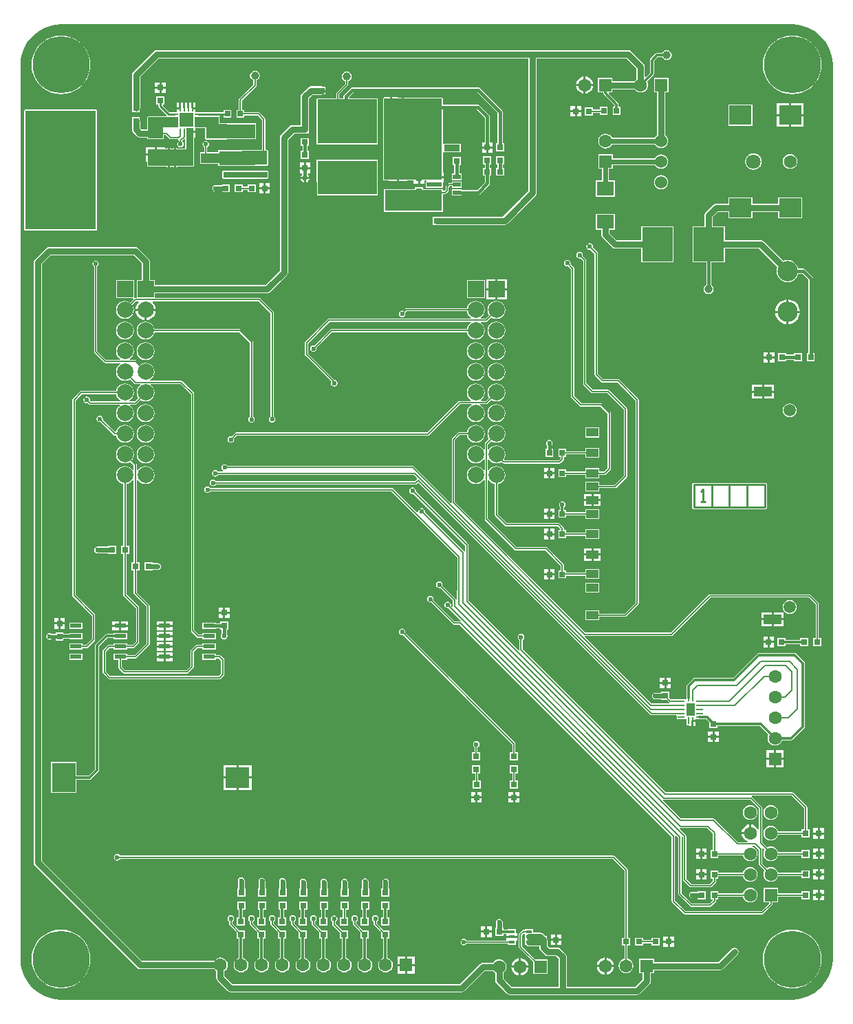
<source format=gtl>
G04 Layer_Physical_Order=1*
G04 Layer_Color=255*
%FSLAX44Y44*%
%MOMM*%
G71*
G01*
G75*
%ADD10C,1.0000*%
%ADD11R,7.3000X2.6000*%
%ADD12R,0.8000X0.4500*%
%ADD13R,1.0500X0.6000*%
%ADD14R,1.4500X0.6000*%
%ADD15R,3.0000X3.6000*%
%ADD16R,3.0000X2.6000*%
%ADD17R,0.8000X0.8000*%
%ADD18R,1.7000X1.7000*%
%ADD19R,0.2500X0.8500*%
%ADD20R,0.8500X0.2500*%
%ADD21R,0.9000X0.2500*%
%ADD22R,0.2500X0.9000*%
%ADD23R,1.0000X1.5000*%
%ADD24R,0.8000X0.8000*%
%ADD25R,4.5000X1.8000*%
%ADD26R,2.1500X1.8000*%
%ADD27R,2.8000X2.4000*%
%ADD28R,1.2000X1.8000*%
%ADD29R,1.0500X1.3000*%
%ADD30R,2.2000X1.2000*%
%ADD31R,1.5000X1.0000*%
%ADD32R,3.8000X4.2000*%
%ADD33R,1.8000X1.2000*%
%ADD34C,0.2000*%
%ADD35C,0.2540*%
%ADD36C,0.4000*%
%ADD37C,0.3000*%
%ADD38C,0.1500*%
%ADD39C,0.8000*%
%ADD40C,0.6000*%
%ADD41R,8.7377X14.6434*%
%ADD42R,7.3152X4.3688*%
%ADD43R,7.2898X2.8316*%
%ADD44R,1.9050X0.6148*%
%ADD45R,1.9558X0.8128*%
%ADD46R,7.0612X2.6162*%
%ADD47R,7.1120X9.9568*%
%ADD48R,3.2662X1.2350*%
%ADD49R,5.6069X2.0320*%
%ADD50R,0.8770X2.6782*%
%ADD51R,3.1242X1.7826*%
%ADD52R,5.3867X0.7892*%
%ADD53C,1.6000*%
%ADD54R,1.6000X1.6000*%
%ADD55R,1.6000X1.6000*%
%ADD56C,2.0000*%
%ADD57R,2.0000X2.0000*%
%ADD58C,1.8000*%
%ADD59C,1.5240*%
%ADD60C,2.5000*%
%ADD61C,1.5000*%
%ADD62C,7.0000*%
%ADD63C,0.6000*%
G36*
X957115Y1199491D02*
X964086Y1197974D01*
X970770Y1195481D01*
X977032Y1192062D01*
X982743Y1187787D01*
X987787Y1182743D01*
X992062Y1177032D01*
X995481Y1170770D01*
X997974Y1164087D01*
X999491Y1157115D01*
X999999Y1150000D01*
Y50000D01*
X999491Y42884D01*
X997974Y35913D01*
X995481Y29229D01*
X992062Y22968D01*
X987787Y17257D01*
X982743Y12212D01*
X977032Y7937D01*
X970770Y4518D01*
X964086Y2025D01*
X957115Y509D01*
X949999Y-0D01*
X49999D01*
X42884Y509D01*
X35913Y2025D01*
X29229Y4518D01*
X22968Y7937D01*
X17256Y12212D01*
X12212Y17257D01*
X7937Y22968D01*
X4518Y29229D01*
X2025Y35913D01*
X508Y42884D01*
X-0Y50000D01*
Y1150000D01*
X508Y1157115D01*
X2025Y1164087D01*
X4518Y1170770D01*
X7937Y1177032D01*
X12212Y1182743D01*
X17256Y1187787D01*
X22968Y1192062D01*
X29229Y1195481D01*
X35913Y1197974D01*
X42884Y1199491D01*
X49999Y1200000D01*
X949999D01*
X957115Y1199491D01*
D02*
G37*
%LPC*%
G36*
X927569Y295015D02*
X918299D01*
Y285745D01*
X927569D01*
Y295015D01*
D02*
G37*
G36*
X284936Y288730D02*
X268666D01*
Y274460D01*
X284936D01*
Y288730D01*
D02*
G37*
G36*
X561170Y318022D02*
X559610Y317712D01*
X558287Y316828D01*
X557402Y315505D01*
X557092Y313944D01*
X557402Y312383D01*
X558287Y311060D01*
X559386Y310326D01*
Y304179D01*
X556170D01*
Y294179D01*
X566170D01*
Y304179D01*
X562955D01*
Y310326D01*
X564054Y311060D01*
X564938Y312383D01*
X565249Y313944D01*
X564938Y315505D01*
X564054Y316828D01*
X562731Y317712D01*
X561170Y318022D01*
D02*
G37*
G36*
X939379Y295015D02*
X930109D01*
Y285745D01*
X939379D01*
Y295015D01*
D02*
G37*
G36*
X612531Y288179D02*
X602531D01*
Y278179D01*
X605747D01*
Y269794D01*
X602531D01*
Y259794D01*
X612531D01*
Y269794D01*
X609315D01*
Y278179D01*
X612531D01*
Y288179D01*
D02*
G37*
G36*
X284936Y271920D02*
X268666D01*
Y257650D01*
X284936D01*
Y271920D01*
D02*
G37*
G36*
X266126Y288730D02*
X249856D01*
Y274460D01*
X266126D01*
Y288730D01*
D02*
G37*
G36*
X566170Y288179D02*
X556170D01*
Y278179D01*
X559736D01*
Y269823D01*
X556520D01*
Y259824D01*
X566520D01*
Y269823D01*
X563305D01*
Y278179D01*
X566170D01*
Y288179D01*
D02*
G37*
G36*
X469900Y456452D02*
X468339Y456142D01*
X467016Y455258D01*
X466132Y453935D01*
X465822Y452374D01*
X466132Y450813D01*
X467016Y449490D01*
X468339Y448606D01*
X469900Y448296D01*
X471197Y448554D01*
X605747Y314004D01*
Y304179D01*
X602531D01*
Y294179D01*
X612531D01*
Y304179D01*
X609315D01*
Y314743D01*
X609180Y315426D01*
X608793Y316004D01*
X473720Y451077D01*
X473978Y452374D01*
X473668Y453935D01*
X472784Y455258D01*
X471461Y456142D01*
X469900Y456452D01*
D02*
G37*
G36*
X859639Y330010D02*
X854369D01*
Y324740D01*
X859639D01*
Y330010D01*
D02*
G37*
G36*
X851829D02*
X846559D01*
Y324740D01*
X851829D01*
Y330010D01*
D02*
G37*
G36*
X792480Y388293D02*
X787210D01*
Y383023D01*
X792480D01*
Y388293D01*
D02*
G37*
G36*
X830989Y341975D02*
X828469D01*
Y336205D01*
X830989D01*
Y341975D01*
D02*
G37*
G36*
X939379Y306825D02*
X930109D01*
Y297555D01*
X939379D01*
Y306825D01*
D02*
G37*
G36*
X927569D02*
X918299D01*
Y297555D01*
X927569D01*
Y306825D01*
D02*
G37*
G36*
X859639Y322200D02*
X854369D01*
Y316930D01*
X859639D01*
Y322200D01*
D02*
G37*
G36*
X851829D02*
X846559D01*
Y316930D01*
X851829D01*
Y322200D01*
D02*
G37*
G36*
X266126Y271920D02*
X249856D01*
Y257650D01*
X266126D01*
Y271920D01*
D02*
G37*
G36*
X989138Y203200D02*
X983868D01*
Y197930D01*
X989138D01*
Y203200D01*
D02*
G37*
G36*
X981328D02*
X976058D01*
Y197930D01*
X981328D01*
Y203200D01*
D02*
G37*
G36*
X989138Y211010D02*
X983868D01*
Y205740D01*
X989138D01*
Y211010D01*
D02*
G37*
G36*
X981328D02*
X976058D01*
Y205740D01*
X981328D01*
Y211010D01*
D02*
G37*
G36*
X989138Y185864D02*
X983868D01*
Y180594D01*
X989138D01*
Y185864D01*
D02*
G37*
G36*
X981328D02*
X976058D01*
Y180594D01*
X981328D01*
Y185864D01*
D02*
G37*
G36*
X844829Y185986D02*
X839559D01*
Y180716D01*
X844829D01*
Y185986D01*
D02*
G37*
G36*
X837019D02*
X831749D01*
Y180716D01*
X837019D01*
Y185986D01*
D02*
G37*
G36*
X923759Y239323D02*
X921410Y239014D01*
X919221Y238107D01*
X917340Y236664D01*
X915898Y234784D01*
X914991Y232595D01*
X914682Y230245D01*
X914991Y227896D01*
X915898Y225706D01*
X917340Y223826D01*
X919221Y222384D01*
X921410Y221477D01*
X923759Y221168D01*
X926109Y221477D01*
X928298Y222384D01*
X930178Y223826D01*
X931621Y225706D01*
X932528Y227896D01*
X932837Y230245D01*
X932528Y232595D01*
X931621Y234784D01*
X930178Y236664D01*
X928298Y238107D01*
X926109Y239014D01*
X923759Y239323D01*
D02*
G37*
G36*
X614071Y255334D02*
X608801D01*
Y250064D01*
X614071D01*
Y255334D01*
D02*
G37*
G36*
X606261D02*
X600991D01*
Y250064D01*
X606261D01*
Y255334D01*
D02*
G37*
G36*
X568060Y255364D02*
X562790D01*
Y250094D01*
X568060D01*
Y255364D01*
D02*
G37*
G36*
X560250D02*
X554980D01*
Y250094D01*
X560250D01*
Y255364D01*
D02*
G37*
G36*
X614071Y247524D02*
X608801D01*
Y242254D01*
X614071D01*
Y247524D01*
D02*
G37*
G36*
X606261D02*
X600991D01*
Y242254D01*
X606261D01*
Y247524D01*
D02*
G37*
G36*
X568060Y247554D02*
X562790D01*
Y242284D01*
X568060D01*
Y247554D01*
D02*
G37*
G36*
X560250D02*
X554980D01*
Y242284D01*
X560250D01*
Y247554D01*
D02*
G37*
G36*
X800290Y388293D02*
X795020D01*
Y383023D01*
X800290D01*
Y388293D01*
D02*
G37*
G36*
X132759Y458610D02*
X124239D01*
Y454340D01*
X132759D01*
Y458610D01*
D02*
G37*
G36*
X121699D02*
X113179D01*
Y454340D01*
X121699D01*
Y458610D01*
D02*
G37*
G36*
X187479Y458610D02*
X178959D01*
Y454340D01*
X187479D01*
Y458610D01*
D02*
G37*
G36*
X176419D02*
X167899D01*
Y454340D01*
X176419D01*
Y458610D01*
D02*
G37*
G36*
Y452720D02*
X167899D01*
Y448450D01*
X176419D01*
Y452720D01*
D02*
G37*
G36*
X131219Y451180D02*
X114719D01*
Y449729D01*
X106058D01*
X105082Y449535D01*
X104255Y448982D01*
X92432Y437158D01*
X91879Y436331D01*
X91685Y435356D01*
Y283504D01*
X83920Y275739D01*
X69396D01*
Y292190D01*
X37396D01*
Y254190D01*
X69396D01*
Y270641D01*
X84976D01*
X85951Y270835D01*
X86778Y271387D01*
X96036Y280646D01*
X96589Y281472D01*
X96783Y282448D01*
Y434300D01*
X107114Y444631D01*
X114719D01*
Y443180D01*
X131219D01*
Y451180D01*
D02*
G37*
G36*
X53260Y451914D02*
X43260D01*
Y449973D01*
X38564D01*
X37503Y450682D01*
X35942Y450992D01*
X34381Y450682D01*
X33058Y449798D01*
X32174Y448475D01*
X31863Y446914D01*
X32174Y445353D01*
X33058Y444030D01*
X34381Y443146D01*
X35942Y442835D01*
X37503Y443146D01*
X38564Y443855D01*
X43260D01*
Y441914D01*
X53260D01*
Y444121D01*
X60219D01*
Y443180D01*
X76719D01*
Y451180D01*
X60219D01*
Y450239D01*
X53260D01*
Y451914D01*
D02*
G37*
G36*
X187479Y452720D02*
X178959D01*
Y448450D01*
X187479D01*
Y452720D01*
D02*
G37*
G36*
X76719Y463880D02*
X60219D01*
Y455880D01*
X76719D01*
Y463880D01*
D02*
G37*
G36*
X187479Y465420D02*
X178959D01*
Y461150D01*
X187479D01*
Y465420D01*
D02*
G37*
G36*
X176419D02*
X167899D01*
Y461150D01*
X176419D01*
Y465420D01*
D02*
G37*
G36*
X132759D02*
X124239D01*
Y461150D01*
X132759D01*
Y465420D01*
D02*
G37*
G36*
X121699D02*
X113179D01*
Y461150D01*
X121699D01*
Y465420D01*
D02*
G37*
G36*
X54800Y461644D02*
X49530D01*
Y456374D01*
X54800D01*
Y461644D01*
D02*
G37*
G36*
X46990D02*
X41720D01*
Y456374D01*
X46990D01*
Y461644D01*
D02*
G37*
G36*
X939589Y466700D02*
X927319D01*
Y459430D01*
X939589D01*
Y466700D01*
D02*
G37*
G36*
X924779D02*
X912509D01*
Y459430D01*
X924779D01*
Y466700D01*
D02*
G37*
G36*
X187479Y445910D02*
X178959D01*
Y441640D01*
X187479D01*
Y445910D01*
D02*
G37*
G36*
X176419Y427320D02*
X167899D01*
Y423050D01*
X176419D01*
Y427320D01*
D02*
G37*
G36*
X76719Y425780D02*
X60219D01*
Y417780D01*
X76719D01*
Y425780D01*
D02*
G37*
G36*
X176419Y433210D02*
X167899D01*
Y428940D01*
X176419D01*
Y433210D01*
D02*
G37*
G36*
X187479Y427320D02*
X178959D01*
Y423050D01*
X187479D01*
Y427320D01*
D02*
G37*
G36*
X800290Y396103D02*
X795020D01*
Y390833D01*
X800290D01*
Y396103D01*
D02*
G37*
G36*
X792480D02*
X787210D01*
Y390833D01*
X792480D01*
Y396103D01*
D02*
G37*
G36*
X187479Y420510D02*
X178959D01*
Y416240D01*
X187479D01*
Y420510D01*
D02*
G37*
G36*
X176419D02*
X167899D01*
Y416240D01*
X176419D01*
Y420510D01*
D02*
G37*
G36*
X187479Y433210D02*
X178959D01*
Y428940D01*
X187479D01*
Y433210D01*
D02*
G37*
G36*
X919798Y446468D02*
X914528D01*
Y441198D01*
X919798D01*
Y446468D01*
D02*
G37*
G36*
X187479Y440020D02*
X178959D01*
Y435750D01*
X187479D01*
Y440020D01*
D02*
G37*
G36*
X176419Y445910D02*
X167899D01*
Y441640D01*
X176419D01*
Y445910D01*
D02*
G37*
G36*
X927608Y446468D02*
X922338D01*
Y441198D01*
X927608D01*
Y446468D01*
D02*
G37*
G36*
Y438658D02*
X922338D01*
Y433388D01*
X927608D01*
Y438658D01*
D02*
G37*
G36*
X919798D02*
X914528D01*
Y433388D01*
X919798D01*
Y438658D01*
D02*
G37*
G36*
X176419Y440020D02*
X167899D01*
Y435750D01*
X176419D01*
Y440020D01*
D02*
G37*
G36*
X942068Y444928D02*
X932068D01*
Y434928D01*
X942068D01*
Y437379D01*
X960074D01*
Y434674D01*
X970074D01*
Y444674D01*
X960074D01*
Y442477D01*
X942068D01*
Y444928D01*
D02*
G37*
G36*
X796739Y69956D02*
X791469D01*
Y64686D01*
X796739D01*
Y69956D01*
D02*
G37*
G36*
X485408Y53205D02*
X476138D01*
Y43935D01*
X485408D01*
Y53205D01*
D02*
G37*
G36*
X658240Y72390D02*
X652970D01*
Y67120D01*
X658240D01*
Y72390D01*
D02*
G37*
G36*
X804549Y69956D02*
X799279D01*
Y64686D01*
X804549D01*
Y69956D01*
D02*
G37*
G36*
X718820Y51859D02*
X717338Y51664D01*
X714774Y50602D01*
X712573Y48912D01*
X710883Y46710D01*
X709821Y44146D01*
X709626Y42665D01*
X718820D01*
Y51859D01*
D02*
G37*
G36*
X616053Y50927D02*
Y41733D01*
X625247D01*
X625051Y43215D01*
X623989Y45779D01*
X622300Y47980D01*
X620098Y49670D01*
X617534Y50732D01*
X616053Y50927D01*
D02*
G37*
G36*
X473598Y53205D02*
X464328D01*
Y43935D01*
X473598D01*
Y53205D01*
D02*
G37*
G36*
X721360Y51859D02*
Y42665D01*
X730554D01*
X730359Y44146D01*
X729297Y46710D01*
X727607Y48912D01*
X725406Y50602D01*
X722841Y51664D01*
X721360Y51859D01*
D02*
G37*
G36*
X666050Y72390D02*
X660780D01*
Y67120D01*
X666050D01*
Y72390D01*
D02*
G37*
G36*
Y80200D02*
X660780D01*
Y74930D01*
X666050D01*
Y80200D01*
D02*
G37*
G36*
X658240D02*
X652970D01*
Y74930D01*
X658240D01*
Y80200D01*
D02*
G37*
G36*
X580115Y82360D02*
X574845D01*
Y77090D01*
X580115D01*
Y82360D01*
D02*
G37*
G36*
X572305D02*
X567035D01*
Y77090D01*
X572305D01*
Y82360D01*
D02*
G37*
G36*
X804549Y77766D02*
X799279D01*
Y72496D01*
X804549D01*
Y77766D01*
D02*
G37*
G36*
X796739D02*
X791469D01*
Y72496D01*
X796739D01*
Y77766D01*
D02*
G37*
G36*
X787009Y76226D02*
X777009D01*
Y73265D01*
X766618D01*
Y76226D01*
X756618D01*
Y66226D01*
X766618D01*
Y69186D01*
X777009D01*
Y66226D01*
X787009D01*
Y76226D01*
D02*
G37*
G36*
X611443Y76023D02*
X604903D01*
X598363D01*
Y72832D01*
X549367D01*
X548803Y73677D01*
X547479Y74561D01*
X545919Y74872D01*
X544358Y74561D01*
X543035Y73677D01*
X542151Y72354D01*
X541840Y70793D01*
X542151Y69233D01*
X543035Y67909D01*
X544358Y67025D01*
X545919Y66715D01*
X547479Y67025D01*
X548803Y67909D01*
X549367Y68754D01*
X599903D01*
Y67543D01*
X609903D01*
Y72503D01*
X611443D01*
Y76023D01*
D02*
G37*
G36*
X613513Y50927D02*
X612031Y50732D01*
X609467Y49670D01*
X607266Y47980D01*
X605576Y45779D01*
X604514Y43215D01*
X604319Y41733D01*
X613513D01*
Y50927D01*
D02*
G37*
G36*
X730554Y40125D02*
X721360D01*
Y30931D01*
X722841Y31126D01*
X725406Y32188D01*
X727607Y33878D01*
X729297Y36079D01*
X730359Y38644D01*
X730554Y40125D01*
D02*
G37*
G36*
X718820D02*
X709626D01*
X709821Y38644D01*
X710883Y36079D01*
X712573Y33878D01*
X714774Y32188D01*
X717338Y31126D01*
X718820Y30931D01*
Y40125D01*
D02*
G37*
G36*
X485408Y41395D02*
X476138D01*
Y32125D01*
X485408D01*
Y41395D01*
D02*
G37*
G36*
X473598D02*
X464328D01*
Y32125D01*
X473598D01*
Y41395D01*
D02*
G37*
G36*
X949999Y86111D02*
X944351Y85667D01*
X938840Y84344D01*
X933605Y82175D01*
X928774Y79215D01*
X924465Y75534D01*
X920785Y71226D01*
X917824Y66394D01*
X915656Y61159D01*
X914333Y55649D01*
X913888Y50000D01*
X914333Y44351D01*
X915656Y38841D01*
X917824Y33606D01*
X920785Y28774D01*
X924465Y24465D01*
X928774Y20785D01*
X933605Y17824D01*
X938840Y15656D01*
X944351Y14333D01*
X949999Y13888D01*
X955649Y14333D01*
X961159Y15656D01*
X966394Y17824D01*
X971225Y20785D01*
X975534Y24465D01*
X979214Y28774D01*
X982175Y33606D01*
X984343Y38841D01*
X985666Y44351D01*
X986111Y50000D01*
X985666Y55649D01*
X984343Y61159D01*
X982175Y66394D01*
X979214Y71226D01*
X975534Y75534D01*
X971225Y79215D01*
X966394Y82175D01*
X961159Y84344D01*
X955649Y85667D01*
X949999Y86111D01*
D02*
G37*
G36*
X49999D02*
X44350Y85667D01*
X38840Y84344D01*
X33605Y82175D01*
X28774Y79215D01*
X24465Y75534D01*
X20785Y71226D01*
X17824Y66394D01*
X15656Y61159D01*
X14333Y55649D01*
X13888Y50000D01*
X14333Y44351D01*
X15656Y38841D01*
X17824Y33606D01*
X20785Y28774D01*
X24465Y24465D01*
X28774Y20785D01*
X33605Y17824D01*
X38840Y15656D01*
X44350Y14333D01*
X49999Y13888D01*
X55649Y14333D01*
X61158Y15656D01*
X66394Y17824D01*
X71225Y20785D01*
X75534Y24465D01*
X79214Y28774D01*
X82175Y33606D01*
X84343Y38841D01*
X85666Y44351D01*
X86111Y50000D01*
X85666Y55649D01*
X84343Y61159D01*
X82175Y66394D01*
X79214Y71226D01*
X75534Y75534D01*
X71225Y79215D01*
X66394Y82175D01*
X61158Y84344D01*
X55649Y85667D01*
X49999Y86111D01*
D02*
G37*
G36*
X625247Y39193D02*
X616053D01*
Y29999D01*
X617534Y30195D01*
X620098Y31257D01*
X622300Y32946D01*
X623989Y35148D01*
X625051Y37712D01*
X625247Y39193D01*
D02*
G37*
G36*
X613513D02*
X604319D01*
X604514Y37712D01*
X605576Y35148D01*
X607266Y32946D01*
X609467Y31257D01*
X612031Y30195D01*
X613513Y29999D01*
Y39193D01*
D02*
G37*
G36*
X119322Y179084D02*
X117761Y178774D01*
X116438Y177890D01*
X115554Y176567D01*
X115244Y175006D01*
X115554Y173445D01*
X116438Y172122D01*
X117761Y171238D01*
X119322Y170928D01*
X120883Y171238D01*
X122206Y172122D01*
X122770Y172967D01*
X729405D01*
X743579Y158793D01*
Y76226D01*
X740618D01*
Y66226D01*
X743451D01*
Y50204D01*
X743140Y50163D01*
X740951Y49256D01*
X739071Y47814D01*
X737628Y45934D01*
X736722Y43744D01*
X736412Y41395D01*
X736722Y39046D01*
X737628Y36856D01*
X739071Y34976D01*
X740951Y33533D01*
X743140Y32627D01*
X745490Y32317D01*
X747840Y32627D01*
X750029Y33533D01*
X751909Y34976D01*
X753352Y36856D01*
X754258Y39046D01*
X754568Y41395D01*
X754258Y43744D01*
X753352Y45934D01*
X751909Y47814D01*
X750029Y49256D01*
X747840Y50163D01*
X747529Y50204D01*
Y66226D01*
X750618D01*
Y76226D01*
X747657D01*
Y159638D01*
X747657Y159638D01*
X747502Y160418D01*
X747060Y161080D01*
X747060Y161080D01*
X731692Y176448D01*
X731030Y176890D01*
X730250Y177045D01*
X122770D01*
X122206Y177890D01*
X120883Y178774D01*
X119322Y179084D01*
D02*
G37*
G36*
X386334Y103646D02*
X384773Y103336D01*
X383450Y102452D01*
X382566Y101129D01*
X382256Y99568D01*
X382566Y98007D01*
X383450Y96684D01*
X384295Y96120D01*
Y92218D01*
X384450Y91437D01*
X384892Y90776D01*
X393667Y82001D01*
Y74884D01*
X396119D01*
Y51351D01*
X394129Y50526D01*
X392249Y49084D01*
X390806Y47204D01*
X389899Y45015D01*
X389590Y42665D01*
X389899Y40315D01*
X390806Y38126D01*
X392249Y36246D01*
X394129Y34804D01*
X396318Y33897D01*
X398668Y33587D01*
X401017Y33897D01*
X403206Y34804D01*
X405086Y36246D01*
X406529Y38126D01*
X407436Y40315D01*
X407745Y42665D01*
X407436Y45015D01*
X406529Y47204D01*
X405086Y49084D01*
X403206Y50526D01*
X401217Y51351D01*
Y74884D01*
X403667D01*
Y84884D01*
X396551D01*
X388373Y93062D01*
Y96120D01*
X389218Y96684D01*
X390102Y98007D01*
X390412Y99568D01*
X390102Y101129D01*
X389218Y102452D01*
X387895Y103336D01*
X386334Y103646D01*
D02*
G37*
G36*
X360680Y103900D02*
X359119Y103590D01*
X357796Y102706D01*
X356912Y101383D01*
X356602Y99822D01*
X356912Y98261D01*
X357796Y96938D01*
X358641Y96374D01*
Y92972D01*
X358796Y92192D01*
X359238Y91530D01*
X368267Y82501D01*
Y75385D01*
X370719D01*
Y51351D01*
X368729Y50526D01*
X366849Y49084D01*
X365406Y47204D01*
X364499Y45015D01*
X364190Y42665D01*
X364499Y40315D01*
X365406Y38126D01*
X366849Y36246D01*
X368729Y34804D01*
X370918Y33897D01*
X373268Y33587D01*
X375617Y33897D01*
X377806Y34804D01*
X379686Y36246D01*
X381129Y38126D01*
X382036Y40315D01*
X382345Y42665D01*
X382036Y45015D01*
X381129Y47204D01*
X379686Y49084D01*
X377806Y50526D01*
X375816Y51351D01*
Y75385D01*
X378267D01*
Y85385D01*
X371151D01*
X362719Y93817D01*
Y96374D01*
X363564Y96938D01*
X364448Y98261D01*
X364758Y99822D01*
X364448Y101383D01*
X363564Y102706D01*
X362241Y103590D01*
X360680Y103900D01*
D02*
G37*
G36*
X436880D02*
X435319Y103590D01*
X433996Y102706D01*
X433112Y101383D01*
X432802Y99822D01*
X433112Y98261D01*
X433996Y96938D01*
X434841Y96374D01*
Y92972D01*
X434996Y92192D01*
X435438Y91530D01*
X444467Y82501D01*
Y75385D01*
X446919D01*
Y51351D01*
X444929Y50526D01*
X443049Y49084D01*
X441606Y47204D01*
X440699Y45015D01*
X440390Y42665D01*
X440699Y40315D01*
X441606Y38126D01*
X443049Y36246D01*
X444929Y34804D01*
X447118Y33897D01*
X449468Y33587D01*
X451817Y33897D01*
X454006Y34804D01*
X455886Y36246D01*
X457329Y38126D01*
X458236Y40315D01*
X458545Y42665D01*
X458236Y45015D01*
X457329Y47204D01*
X455886Y49084D01*
X454006Y50526D01*
X452016Y51351D01*
Y75385D01*
X454467D01*
Y85385D01*
X447351D01*
X438919Y93817D01*
Y96374D01*
X439764Y96938D01*
X440648Y98261D01*
X440958Y99822D01*
X440648Y101383D01*
X439764Y102706D01*
X438441Y103590D01*
X436880Y103900D01*
D02*
G37*
G36*
X411480D02*
X409919Y103590D01*
X408596Y102706D01*
X407712Y101383D01*
X407402Y99822D01*
X407712Y98261D01*
X408596Y96938D01*
X409441Y96374D01*
Y92972D01*
X409596Y92192D01*
X410038Y91530D01*
X419067Y82501D01*
Y75385D01*
X421519D01*
Y51351D01*
X419529Y50526D01*
X417649Y49084D01*
X416206Y47204D01*
X415299Y45015D01*
X414990Y42665D01*
X415299Y40315D01*
X416206Y38126D01*
X417649Y36246D01*
X419529Y34804D01*
X421718Y33897D01*
X424068Y33587D01*
X426417Y33897D01*
X428606Y34804D01*
X430486Y36246D01*
X431929Y38126D01*
X432836Y40315D01*
X433145Y42665D01*
X432836Y45015D01*
X431929Y47204D01*
X430486Y49084D01*
X428606Y50526D01*
X426617Y51351D01*
Y75385D01*
X429067D01*
Y85385D01*
X421951D01*
X413519Y93817D01*
Y96374D01*
X414364Y96938D01*
X415248Y98261D01*
X415558Y99822D01*
X415248Y101383D01*
X414364Y102706D01*
X413041Y103590D01*
X411480Y103900D01*
D02*
G37*
G36*
X284480D02*
X282919Y103590D01*
X281596Y102706D01*
X280712Y101383D01*
X280402Y99822D01*
X280712Y98261D01*
X281596Y96938D01*
X282441Y96374D01*
Y92972D01*
X282596Y92192D01*
X283038Y91530D01*
X292067Y82501D01*
Y75385D01*
X294523D01*
Y51351D01*
X292533Y50526D01*
X290653Y49084D01*
X289210Y47204D01*
X288303Y45015D01*
X287994Y42665D01*
X288303Y40315D01*
X289210Y38126D01*
X290653Y36246D01*
X292533Y34804D01*
X294722Y33897D01*
X297072Y33587D01*
X299421Y33897D01*
X301610Y34804D01*
X303490Y36246D01*
X304933Y38126D01*
X305840Y40315D01*
X306149Y42665D01*
X305840Y45015D01*
X304933Y47204D01*
X303490Y49084D01*
X301610Y50526D01*
X299620Y51351D01*
Y75385D01*
X302067D01*
Y85385D01*
X294951D01*
X286519Y93817D01*
Y96374D01*
X287364Y96938D01*
X288248Y98261D01*
X288558Y99822D01*
X288248Y101383D01*
X287364Y102706D01*
X286041Y103590D01*
X284480Y103900D01*
D02*
G37*
G36*
X259080D02*
X257519Y103590D01*
X256196Y102706D01*
X255312Y101383D01*
X255002Y99822D01*
X255312Y98261D01*
X256196Y96938D01*
X257041Y96374D01*
Y92972D01*
X257196Y92192D01*
X257638Y91530D01*
X266667Y82501D01*
Y75385D01*
X269123D01*
Y51351D01*
X267133Y50526D01*
X265253Y49084D01*
X263810Y47204D01*
X262903Y45015D01*
X262594Y42665D01*
X262903Y40315D01*
X263810Y38126D01*
X265253Y36246D01*
X267133Y34804D01*
X269322Y33897D01*
X271672Y33587D01*
X274021Y33897D01*
X276210Y34804D01*
X278090Y36246D01*
X279533Y38126D01*
X280440Y40315D01*
X280749Y42665D01*
X280440Y45015D01*
X279533Y47204D01*
X278090Y49084D01*
X276210Y50526D01*
X274221Y51351D01*
Y75385D01*
X276667D01*
Y85385D01*
X269551D01*
X261119Y93817D01*
Y96374D01*
X261964Y96938D01*
X262848Y98261D01*
X263158Y99822D01*
X262848Y101383D01*
X261964Y102706D01*
X260641Y103590D01*
X259080Y103900D01*
D02*
G37*
G36*
X335280D02*
X333719Y103590D01*
X332396Y102706D01*
X331512Y101383D01*
X331202Y99822D01*
X331512Y98261D01*
X332396Y96938D01*
X333241Y96374D01*
Y92972D01*
X333396Y92192D01*
X333838Y91530D01*
X342867Y82501D01*
Y75385D01*
X345323D01*
Y51351D01*
X343333Y50526D01*
X341453Y49084D01*
X340010Y47204D01*
X339103Y45015D01*
X338794Y42665D01*
X339103Y40315D01*
X340010Y38126D01*
X341453Y36246D01*
X343333Y34804D01*
X345522Y33897D01*
X347872Y33587D01*
X350221Y33897D01*
X352410Y34804D01*
X354290Y36246D01*
X355733Y38126D01*
X356640Y40315D01*
X356949Y42665D01*
X356640Y45015D01*
X355733Y47204D01*
X354290Y49084D01*
X352410Y50526D01*
X350420Y51351D01*
Y75385D01*
X352867D01*
Y85385D01*
X345751D01*
X337319Y93817D01*
Y96374D01*
X338164Y96938D01*
X339048Y98261D01*
X339358Y99822D01*
X339048Y101383D01*
X338164Y102706D01*
X336841Y103590D01*
X335280Y103900D01*
D02*
G37*
G36*
X309880D02*
X308319Y103590D01*
X306996Y102706D01*
X306112Y101383D01*
X305802Y99822D01*
X306112Y98261D01*
X306996Y96938D01*
X307841Y96374D01*
Y92972D01*
X307996Y92192D01*
X308438Y91530D01*
X317467Y82501D01*
Y75385D01*
X319923D01*
Y51351D01*
X317933Y50526D01*
X316053Y49084D01*
X314610Y47204D01*
X313703Y45015D01*
X313394Y42665D01*
X313703Y40315D01*
X314610Y38126D01*
X316053Y36246D01*
X317933Y34804D01*
X320122Y33897D01*
X322472Y33587D01*
X324821Y33897D01*
X327010Y34804D01*
X328890Y36246D01*
X330333Y38126D01*
X331240Y40315D01*
X331549Y42665D01*
X331240Y45015D01*
X330333Y47204D01*
X328890Y49084D01*
X327010Y50526D01*
X325020Y51351D01*
Y75385D01*
X327467D01*
Y85385D01*
X320351D01*
X311919Y93817D01*
Y96374D01*
X312764Y96938D01*
X313648Y98261D01*
X313958Y99822D01*
X313648Y101383D01*
X312764Y102706D01*
X311441Y103590D01*
X309880Y103900D01*
D02*
G37*
G36*
X589575Y99287D02*
X588014Y98977D01*
X586691Y98093D01*
X585807Y96770D01*
X585497Y95209D01*
Y88630D01*
X584575D01*
Y78630D01*
X594575D01*
Y81244D01*
X598363D01*
Y78563D01*
X604903D01*
X611443D01*
Y82083D01*
X609903D01*
Y87043D01*
X599903D01*
Y86342D01*
X594575D01*
Y88630D01*
X593653D01*
Y95209D01*
X593343Y96770D01*
X592459Y98093D01*
X591136Y98977D01*
X589575Y99287D01*
D02*
G37*
G36*
X837019Y152775D02*
X831749D01*
Y147506D01*
X837019D01*
Y152775D01*
D02*
G37*
G36*
X989138Y135185D02*
X983868D01*
Y129915D01*
X989138D01*
Y135185D01*
D02*
G37*
G36*
X981328Y152908D02*
X976058D01*
Y147638D01*
X981328D01*
Y152908D01*
D02*
G37*
G36*
X844829Y152775D02*
X839559D01*
Y147506D01*
X844829D01*
Y152775D01*
D02*
G37*
G36*
X424417Y149129D02*
X422857Y148819D01*
X421534Y147935D01*
X420649Y146611D01*
X420339Y145051D01*
Y136945D01*
X419417D01*
Y126945D01*
X429417D01*
Y136945D01*
X428496D01*
Y145051D01*
X428185Y146611D01*
X427301Y147935D01*
X425978Y148819D01*
X424417Y149129D01*
D02*
G37*
G36*
X399017Y148554D02*
X397457Y148244D01*
X396133Y147360D01*
X395249Y146037D01*
X394939Y144476D01*
Y136945D01*
X394017D01*
Y126945D01*
X404017D01*
Y136945D01*
X403096D01*
Y144476D01*
X402785Y146037D01*
X401901Y147360D01*
X400578Y148244D01*
X399017Y148554D01*
D02*
G37*
G36*
X981328Y135185D02*
X976058D01*
Y129915D01*
X981328D01*
Y135185D01*
D02*
G37*
G36*
X449468Y148971D02*
X447907Y148660D01*
X446584Y147776D01*
X445700Y146453D01*
X445389Y144892D01*
Y136945D01*
X444468D01*
Y126945D01*
X454468D01*
Y136945D01*
X453546D01*
Y144892D01*
X453236Y146453D01*
X452351Y147776D01*
X451028Y148660D01*
X449468Y148971D01*
D02*
G37*
G36*
X989138Y152908D02*
X983868D01*
Y147638D01*
X989138D01*
Y152908D01*
D02*
G37*
G36*
Y178054D02*
X983868D01*
Y172784D01*
X989138D01*
Y178054D01*
D02*
G37*
G36*
X981328D02*
X976058D01*
Y172784D01*
X981328D01*
Y178054D01*
D02*
G37*
G36*
X844829Y178176D02*
X839559D01*
Y172906D01*
X844829D01*
Y178176D01*
D02*
G37*
G36*
X837019D02*
X831749D01*
Y172906D01*
X837019D01*
Y178176D01*
D02*
G37*
G36*
X844829Y160585D02*
X839559D01*
Y155316D01*
X844829D01*
Y160585D01*
D02*
G37*
G36*
X837019D02*
X831749D01*
Y155316D01*
X837019D01*
Y160585D01*
D02*
G37*
G36*
X989138Y160718D02*
X983868D01*
Y155448D01*
X989138D01*
Y160718D01*
D02*
G37*
G36*
X981328D02*
X976058D01*
Y155448D01*
X981328D01*
Y160718D01*
D02*
G37*
G36*
X373617Y148825D02*
X372057Y148515D01*
X370733Y147631D01*
X369850Y146307D01*
X369539Y144747D01*
Y136945D01*
X368617D01*
Y126945D01*
X378617D01*
Y136945D01*
X377696D01*
Y144747D01*
X377385Y146307D01*
X376501Y147631D01*
X375178Y148515D01*
X373617Y148825D01*
D02*
G37*
G36*
X327817Y120945D02*
X317817D01*
Y110945D01*
X319918D01*
Y101385D01*
X317467D01*
Y91385D01*
X327467D01*
Y101385D01*
X325016D01*
Y110945D01*
X327817D01*
Y120945D01*
D02*
G37*
G36*
X302417D02*
X292417D01*
Y110945D01*
X294518D01*
Y101385D01*
X292067D01*
Y91385D01*
X302067D01*
Y101385D01*
X299616D01*
Y110945D01*
X302417D01*
Y120945D01*
D02*
G37*
G36*
X378617D02*
X368617D01*
Y110945D01*
X370718D01*
Y101385D01*
X368267D01*
Y91385D01*
X378267D01*
Y101385D01*
X375816D01*
Y110945D01*
X378617D01*
Y120945D01*
D02*
G37*
G36*
X353217D02*
X343217D01*
Y110945D01*
X345318D01*
Y101385D01*
X342867D01*
Y91385D01*
X352867D01*
Y101385D01*
X350416D01*
Y110945D01*
X353217D01*
Y120945D01*
D02*
G37*
G36*
X580115Y90170D02*
X574845D01*
Y84900D01*
X580115D01*
Y90170D01*
D02*
G37*
G36*
X572305D02*
X567035D01*
Y84900D01*
X572305D01*
Y90170D01*
D02*
G37*
G36*
X277017Y120945D02*
X267017D01*
Y110945D01*
X269118D01*
Y101385D01*
X266667D01*
Y91385D01*
X276667D01*
Y101385D01*
X274216D01*
Y110945D01*
X277017D01*
Y120945D01*
D02*
G37*
G36*
X404017D02*
X394017D01*
Y110945D01*
X396978D01*
Y100884D01*
X393667D01*
Y90884D01*
X403667D01*
Y100884D01*
X401057D01*
Y110945D01*
X404017D01*
Y120945D01*
D02*
G37*
G36*
X429417D02*
X419417D01*
Y110945D01*
X421518D01*
Y101385D01*
X419067D01*
Y91385D01*
X429067D01*
Y101385D01*
X426616D01*
Y110945D01*
X429417D01*
Y120945D01*
D02*
G37*
G36*
X297417Y149874D02*
X295857Y149564D01*
X294534Y148680D01*
X293650Y147357D01*
X293339Y145796D01*
Y136945D01*
X292417D01*
Y126945D01*
X302417D01*
Y136945D01*
X301496D01*
Y145796D01*
X301185Y147357D01*
X300301Y148680D01*
X298978Y149564D01*
X297417Y149874D01*
D02*
G37*
G36*
X272017Y150366D02*
X270457Y150055D01*
X269133Y149171D01*
X268249Y147848D01*
X267939Y146287D01*
Y136945D01*
X267017D01*
Y126945D01*
X277017D01*
Y136945D01*
X276096D01*
Y146287D01*
X275785Y147848D01*
X274901Y149171D01*
X273578Y150055D01*
X272017Y150366D01*
D02*
G37*
G36*
X348217Y148842D02*
X346657Y148531D01*
X345334Y147647D01*
X344450Y146324D01*
X344139Y144763D01*
Y136945D01*
X343217D01*
Y126945D01*
X353217D01*
Y136945D01*
X352296D01*
Y144763D01*
X351985Y146324D01*
X351101Y147647D01*
X349778Y148531D01*
X348217Y148842D01*
D02*
G37*
G36*
X322817Y149604D02*
X321257Y149293D01*
X319933Y148409D01*
X319049Y147086D01*
X318739Y145525D01*
Y136945D01*
X317817D01*
Y126945D01*
X327817D01*
Y136945D01*
X326896D01*
Y145525D01*
X326585Y147086D01*
X325701Y148409D01*
X324378Y149293D01*
X322817Y149604D01*
D02*
G37*
G36*
X981328Y127375D02*
X976058D01*
Y122105D01*
X981328D01*
Y127375D01*
D02*
G37*
G36*
X454468Y120945D02*
X444468D01*
Y110945D01*
X446918D01*
Y101385D01*
X444467D01*
Y91385D01*
X454467D01*
Y101385D01*
X452016D01*
Y110945D01*
X454468D01*
Y120945D01*
D02*
G37*
G36*
X843289Y133645D02*
X833289D01*
Y132723D01*
X827157D01*
X825596Y132413D01*
X824273Y131529D01*
X823389Y130206D01*
X823079Y128645D01*
X823389Y127084D01*
X824273Y125761D01*
X825596Y124877D01*
X827157Y124567D01*
X833289D01*
Y123645D01*
X843289D01*
Y133645D01*
D02*
G37*
G36*
X989138Y127375D02*
X983868D01*
Y122105D01*
X989138D01*
Y127375D01*
D02*
G37*
G36*
X255952Y464970D02*
X245952D01*
Y462939D01*
X240439D01*
Y463880D01*
X223939D01*
Y455880D01*
X240439D01*
Y456821D01*
X245952D01*
Y454970D01*
X247893D01*
Y449916D01*
X247184Y448855D01*
X246874Y447294D01*
X247184Y445733D01*
X248068Y444410D01*
X249391Y443526D01*
X250952Y443216D01*
X252513Y443526D01*
X253836Y444410D01*
X254720Y445733D01*
X255030Y447294D01*
X254720Y448855D01*
X254011Y449916D01*
Y454970D01*
X255952D01*
Y464970D01*
D02*
G37*
G36*
X579710Y1037384D02*
X569710D01*
Y1027384D01*
X571617D01*
Y1023540D01*
X569676D01*
Y1013540D01*
X571617D01*
Y1005577D01*
X562271Y996231D01*
X543457D01*
Y997172D01*
X530957D01*
Y989172D01*
X543457D01*
Y990113D01*
X563538D01*
X563539Y990113D01*
X564709Y990346D01*
X565701Y991009D01*
X576839Y1002147D01*
X577502Y1003139D01*
X577735Y1004310D01*
Y1013540D01*
X579676D01*
Y1023540D01*
X577735D01*
Y1027384D01*
X579710D01*
Y1037384D01*
D02*
G37*
G36*
X258091Y1003220D02*
X248091D01*
Y1002299D01*
X240284D01*
X238723Y1001988D01*
X237400Y1001104D01*
X236516Y999781D01*
X236205Y998220D01*
X236516Y996660D01*
X237400Y995337D01*
X238723Y994452D01*
X240284Y994142D01*
X248091D01*
Y993220D01*
X258091D01*
Y1003220D01*
D02*
G37*
G36*
X543457Y1006672D02*
X530957D01*
Y1004456D01*
X527957D01*
X527274Y1004321D01*
X526696Y1003934D01*
X524196Y1001434D01*
X523809Y1000855D01*
X523673Y1000172D01*
Y996350D01*
X522279Y994957D01*
X520004D01*
Y996188D01*
X519957Y996302D01*
Y997172D01*
X519159D01*
X518922Y997270D01*
X495728D01*
Y999538D01*
X485728D01*
Y997270D01*
X448310D01*
X447545Y996953D01*
X447228Y996188D01*
Y970026D01*
X447545Y969261D01*
X448310Y968944D01*
X518922D01*
X519687Y969261D01*
X520004Y970026D01*
Y991388D01*
X523018D01*
X523701Y991524D01*
X524280Y991910D01*
X526719Y994350D01*
X527106Y994928D01*
X527242Y995611D01*
Y999433D01*
X528696Y1000888D01*
X530957D01*
Y998672D01*
X543457D01*
Y1006672D01*
D02*
G37*
G36*
X788670Y1014465D02*
X786420Y1014169D01*
X784323Y1013301D01*
X782522Y1011919D01*
X781140Y1010118D01*
X780272Y1008021D01*
X779976Y1005771D01*
X780272Y1003521D01*
X781140Y1001424D01*
X782522Y999623D01*
X784323Y998242D01*
X786420Y997373D01*
X788670Y997077D01*
X790920Y997373D01*
X793017Y998242D01*
X794818Y999623D01*
X796200Y1001424D01*
X797068Y1003521D01*
X797364Y1005771D01*
X797068Y1008021D01*
X796200Y1010118D01*
X794818Y1011919D01*
X793017Y1013301D01*
X790920Y1014169D01*
X788670Y1014465D01*
D02*
G37*
G36*
X274091Y1003220D02*
X264091D01*
Y993220D01*
X274091D01*
Y996181D01*
X279587D01*
Y993210D01*
X289587D01*
Y1003210D01*
X279587D01*
Y1000259D01*
X274091D01*
Y1003220D01*
D02*
G37*
G36*
X439836Y1033170D02*
X364836D01*
Y1005170D01*
X364932D01*
Y990854D01*
X365249Y990089D01*
X366014Y989772D01*
X438912D01*
X439677Y990089D01*
X439994Y990854D01*
Y1019170D01*
X439836Y1019552D01*
Y1033170D01*
D02*
G37*
G36*
X962420Y987171D02*
X932420D01*
Y979269D01*
X901420D01*
Y987171D01*
X871420D01*
Y979269D01*
X856315D01*
X854364Y978881D01*
X852710Y977776D01*
X843589Y968655D01*
X842484Y967001D01*
X842096Y965050D01*
Y951386D01*
X827194D01*
Y907386D01*
X844135D01*
Y879440D01*
X842868Y878594D01*
X841542Y876609D01*
X841076Y874268D01*
X841542Y871927D01*
X842868Y869942D01*
X844853Y868616D01*
X847194Y868150D01*
X849535Y868616D01*
X851520Y869942D01*
X852846Y871927D01*
X853311Y874268D01*
X852846Y876609D01*
X851520Y878594D01*
X850253Y879440D01*
Y907386D01*
X867194D01*
Y924288D01*
X909073D01*
X931906Y901454D01*
X931198Y899744D01*
X930734Y896220D01*
X931198Y892696D01*
X932558Y889412D01*
X934722Y886592D01*
X937542Y884428D01*
X940826Y883067D01*
X944351Y882604D01*
X947875Y883067D01*
X951159Y884428D01*
X953979Y886592D01*
X956143Y889412D01*
X957503Y892696D01*
X957564Y893161D01*
X962555D01*
X969735Y885981D01*
Y795459D01*
X967794D01*
Y785459D01*
X977794D01*
Y795459D01*
X975853D01*
Y887248D01*
X975853Y887248D01*
X975620Y888418D01*
X974957Y889411D01*
X974957Y889411D01*
X965985Y898383D01*
X964993Y899046D01*
X963822Y899279D01*
X963822Y899279D01*
X957564D01*
X957503Y899744D01*
X956143Y903028D01*
X953979Y905848D01*
X951159Y908012D01*
X947875Y909372D01*
X944351Y909837D01*
X940826Y909372D01*
X939116Y908664D01*
X914789Y932991D01*
X913135Y934096D01*
X911184Y934484D01*
X867194D01*
Y951386D01*
X852292D01*
Y962938D01*
X858427Y969073D01*
X871420D01*
Y961171D01*
X901420D01*
Y969073D01*
X932420D01*
Y961171D01*
X962420D01*
Y987171D01*
D02*
G37*
G36*
X307127Y996940D02*
X301857D01*
Y991670D01*
X307127D01*
Y996940D01*
D02*
G37*
G36*
X299317D02*
X294047D01*
Y991670D01*
X299317D01*
Y996940D01*
D02*
G37*
G36*
X356806Y1021854D02*
X350266D01*
X343726D01*
Y1016584D01*
X346485D01*
X346870Y1015314D01*
X346272Y1014914D01*
X345047Y1013082D01*
X344870Y1012190D01*
X355662D01*
X355485Y1013082D01*
X354260Y1014914D01*
X353662Y1015314D01*
X354047Y1016584D01*
X356806D01*
Y1021854D01*
D02*
G37*
G36*
X303803Y1019876D02*
X249936D01*
X249171Y1019559D01*
X248854Y1018794D01*
Y1010902D01*
X249171Y1010137D01*
X249936Y1009820D01*
X303803D01*
X303895Y1009858D01*
X304720D01*
Y1010502D01*
X304886Y1010902D01*
Y1018794D01*
X304720Y1019194D01*
Y1019858D01*
X303848D01*
X303803Y1019876D01*
D02*
G37*
G36*
X902420Y1041257D02*
X899809Y1040914D01*
X897377Y1039906D01*
X895288Y1038303D01*
X893685Y1036214D01*
X892677Y1033782D01*
X892334Y1031171D01*
X892677Y1028561D01*
X893685Y1026128D01*
X895288Y1024039D01*
X897377Y1022436D01*
X899809Y1021429D01*
X902420Y1021085D01*
X905031Y1021429D01*
X907463Y1022436D01*
X909552Y1024039D01*
X911155Y1026128D01*
X912163Y1028561D01*
X912506Y1031171D01*
X912163Y1033782D01*
X911155Y1036214D01*
X909552Y1038303D01*
X907463Y1039906D01*
X905031Y1040914D01*
X902420Y1041257D01*
D02*
G37*
G36*
X595550Y1037384D02*
X585550D01*
Y1027384D01*
X587491D01*
Y1023540D01*
X585676D01*
Y1013540D01*
X595676D01*
Y1023540D01*
X593609D01*
Y1027384D01*
X595550D01*
Y1037384D01*
D02*
G37*
G36*
X542207Y1036622D02*
X532207D01*
Y1026622D01*
X534148D01*
Y1016172D01*
X530957D01*
Y1008172D01*
X543457D01*
Y1016172D01*
X540266D01*
Y1026622D01*
X542207D01*
Y1036622D01*
D02*
G37*
G36*
X307127Y1004750D02*
X301857D01*
Y999480D01*
X307127D01*
Y1004750D01*
D02*
G37*
G36*
X299317D02*
X294047D01*
Y999480D01*
X299317D01*
Y1004750D01*
D02*
G37*
G36*
X355662Y1009650D02*
X351536D01*
Y1005524D01*
X352428Y1005701D01*
X354260Y1006926D01*
X355485Y1008758D01*
X355662Y1009650D01*
D02*
G37*
G36*
X348996D02*
X344870D01*
X345047Y1008758D01*
X346272Y1006926D01*
X348105Y1005701D01*
X348996Y1005524D01*
Y1009650D01*
D02*
G37*
G36*
X166748Y847235D02*
X155537D01*
Y836024D01*
X157540Y836288D01*
X160591Y837551D01*
X163210Y839561D01*
X165220Y842181D01*
X166484Y845231D01*
X166748Y847235D01*
D02*
G37*
G36*
X152997D02*
X141786D01*
X142050Y845231D01*
X143313Y842181D01*
X145323Y839561D01*
X147943Y837551D01*
X150993Y836288D01*
X152997Y836024D01*
Y847235D01*
D02*
G37*
G36*
X943081Y861208D02*
X941402Y861042D01*
X938567Y860182D01*
X935954Y858786D01*
X933664Y856906D01*
X931785Y854616D01*
X930388Y852003D01*
X929528Y849168D01*
X929363Y847490D01*
X943081D01*
Y861208D01*
D02*
G37*
G36*
X586067Y859600D02*
X583195Y859222D01*
X580519Y858113D01*
X578222Y856350D01*
X576459Y854052D01*
X575350Y851376D01*
X574972Y848505D01*
X575350Y845633D01*
X576459Y842957D01*
X576970Y842291D01*
X572631Y837953D01*
X567071D01*
X566640Y839223D01*
X568512Y840660D01*
X570275Y842957D01*
X571384Y845633D01*
X571762Y848505D01*
X571384Y851376D01*
X570275Y854052D01*
X568512Y856350D01*
X566214Y858113D01*
X563539Y859222D01*
X560667Y859600D01*
X557795Y859222D01*
X555120Y858113D01*
X552822Y856350D01*
X551059Y854052D01*
X549950Y851376D01*
X549807Y850289D01*
X474725D01*
X474042Y850153D01*
X473463Y849767D01*
X471197Y847500D01*
X469900Y847758D01*
X468339Y847448D01*
X467016Y846564D01*
X466132Y845240D01*
X465822Y843680D01*
X466132Y842119D01*
X467016Y840796D01*
X468339Y839912D01*
X469900Y839601D01*
X471461Y839912D01*
X472784Y840796D01*
X473668Y842119D01*
X473978Y843680D01*
X473720Y844977D01*
X475464Y846721D01*
X549807D01*
X549950Y845633D01*
X551059Y842957D01*
X552822Y840660D01*
X554694Y839223D01*
X554263Y837953D01*
X379793D01*
X379012Y837798D01*
X378351Y837356D01*
X378351Y837356D01*
X350856Y809861D01*
X350414Y809200D01*
X350259Y808419D01*
Y793750D01*
X350414Y792970D01*
X350856Y792308D01*
X382804Y760360D01*
X382566Y760005D01*
X382256Y758444D01*
X382566Y756883D01*
X383450Y755560D01*
X384773Y754676D01*
X386334Y754366D01*
X387895Y754676D01*
X389218Y755560D01*
X390102Y756883D01*
X390412Y758444D01*
X390102Y760005D01*
X389218Y761328D01*
X387895Y762212D01*
X386428Y762504D01*
X354337Y794595D01*
Y807574D01*
X380638Y833875D01*
X554622D01*
X554956Y833095D01*
X554978Y832605D01*
X552822Y830950D01*
X551059Y828652D01*
X549950Y825976D01*
X549841Y825144D01*
X382819D01*
X382819Y825144D01*
X382038Y824989D01*
X381377Y824547D01*
X381377Y824547D01*
X361676Y804846D01*
X360680Y805045D01*
X359119Y804734D01*
X357796Y803850D01*
X356912Y802527D01*
X356602Y800966D01*
X356912Y799406D01*
X357796Y798082D01*
X359119Y797198D01*
X360680Y796888D01*
X362241Y797198D01*
X363564Y798082D01*
X364448Y799406D01*
X364758Y800966D01*
X364560Y801963D01*
X383663Y821066D01*
X549841D01*
X549950Y820233D01*
X551059Y817557D01*
X552822Y815260D01*
X555120Y813496D01*
X557795Y812388D01*
X560667Y812010D01*
X563539Y812388D01*
X566214Y813496D01*
X568512Y815260D01*
X570275Y817557D01*
X571384Y820233D01*
X571762Y823105D01*
X571384Y825976D01*
X570275Y828652D01*
X568512Y830950D01*
X566356Y832605D01*
X566378Y833095D01*
X566712Y833875D01*
X573476D01*
X574256Y834030D01*
X574918Y834472D01*
X579853Y839408D01*
X580519Y838896D01*
X583195Y837788D01*
X586067Y837410D01*
X588938Y837788D01*
X591614Y838896D01*
X593912Y840660D01*
X595675Y842957D01*
X596784Y845633D01*
X597162Y848505D01*
X596784Y851376D01*
X595675Y854052D01*
X593912Y856350D01*
X591614Y858113D01*
X588938Y859222D01*
X586067Y859600D01*
D02*
G37*
G36*
X959338Y844950D02*
X945621D01*
Y831232D01*
X947299Y831398D01*
X950134Y832258D01*
X952747Y833654D01*
X955037Y835534D01*
X956916Y837824D01*
X958313Y840437D01*
X959173Y843272D01*
X959338Y844950D01*
D02*
G37*
G36*
X128867Y834200D02*
X125995Y833822D01*
X123319Y832713D01*
X121021Y830950D01*
X119258Y828652D01*
X118150Y825976D01*
X117772Y823105D01*
X118150Y820233D01*
X119258Y817557D01*
X121021Y815259D01*
X123319Y813496D01*
X125995Y812388D01*
X128867Y812010D01*
X131738Y812388D01*
X134414Y813496D01*
X136712Y815259D01*
X138475Y817557D01*
X139584Y820233D01*
X139962Y823105D01*
X139584Y825976D01*
X138475Y828652D01*
X136712Y830950D01*
X134414Y832713D01*
X131738Y833822D01*
X128867Y834200D01*
D02*
G37*
G36*
X961794Y795459D02*
X951794D01*
Y793518D01*
X942448D01*
Y795109D01*
X932448D01*
Y785109D01*
X942448D01*
Y787400D01*
X951794D01*
Y785459D01*
X961794D01*
Y795459D01*
D02*
G37*
G36*
X943081Y844950D02*
X929363D01*
X929528Y843272D01*
X930388Y840437D01*
X931785Y837824D01*
X933664Y835534D01*
X935954Y833654D01*
X938567Y832258D01*
X941402Y831398D01*
X943081Y831232D01*
Y844950D01*
D02*
G37*
G36*
X586067Y834200D02*
X583195Y833822D01*
X580519Y832713D01*
X578222Y830950D01*
X576459Y828652D01*
X575350Y825976D01*
X574972Y823105D01*
X575350Y820233D01*
X576459Y817557D01*
X578222Y815260D01*
X580519Y813496D01*
X583195Y812388D01*
X586067Y812010D01*
X588938Y812388D01*
X591614Y813496D01*
X593912Y815260D01*
X595675Y817557D01*
X596784Y820233D01*
X597162Y823105D01*
X596784Y825976D01*
X595675Y828652D01*
X593912Y830950D01*
X591614Y832713D01*
X588938Y833822D01*
X586067Y834200D01*
D02*
G37*
G36*
X370840Y1123586D02*
X357504D01*
X355553Y1123198D01*
X353899Y1122093D01*
X346503Y1114697D01*
X345398Y1113043D01*
X345010Y1111092D01*
Y1076099D01*
X334909D01*
X332958Y1075711D01*
X331304Y1074605D01*
X320753Y1064055D01*
X319648Y1062401D01*
X319260Y1060450D01*
Y896844D01*
X301418Y879003D01*
X165267D01*
Y884905D01*
X159365D01*
Y908215D01*
X158977Y910166D01*
X157872Y911820D01*
X145083Y924609D01*
X143429Y925714D01*
X141478Y926102D01*
X35306D01*
X33355Y925714D01*
X31701Y924609D01*
X17985Y910893D01*
X16880Y909239D01*
X16492Y907288D01*
Y168577D01*
X16880Y166626D01*
X17985Y164972D01*
X143897Y39060D01*
X145551Y37955D01*
X147502Y37567D01*
X238839D01*
X239853Y36246D01*
X241174Y35233D01*
Y26778D01*
X241562Y24827D01*
X242667Y23174D01*
X255221Y10619D01*
X256875Y9514D01*
X258826Y9126D01*
X542978D01*
X544929Y9514D01*
X546582Y10619D01*
X571329Y35365D01*
X581950D01*
X582964Y34044D01*
X584285Y33031D01*
Y23773D01*
X584673Y21822D01*
X585778Y20168D01*
X598629Y7317D01*
X600283Y6212D01*
X602234Y5824D01*
X758952D01*
X760903Y6212D01*
X762557Y7317D01*
X774495Y19255D01*
X775600Y20909D01*
X775988Y22860D01*
Y32395D01*
X779890D01*
Y36297D01*
X861561D01*
X863512Y36685D01*
X865166Y37790D01*
X882445Y55069D01*
X883550Y56723D01*
X883938Y58674D01*
X883550Y60625D01*
X882445Y62279D01*
X880791Y63384D01*
X878840Y63772D01*
X876889Y63384D01*
X875235Y62279D01*
X859449Y46493D01*
X779890D01*
Y50395D01*
X761890D01*
Y32395D01*
X765792D01*
Y24972D01*
X756840Y16020D01*
X672356D01*
Y52832D01*
X671968Y54783D01*
X670863Y56437D01*
X664767Y62533D01*
X663113Y63638D01*
X661162Y64026D01*
X651082D01*
X648608Y66500D01*
Y73660D01*
X648510Y74152D01*
Y78660D01*
X645719D01*
X643481Y80898D01*
X641827Y82003D01*
X639876Y82391D01*
X631403D01*
Y87043D01*
X621403D01*
Y85833D01*
X619479D01*
X618699Y85677D01*
X618037Y85235D01*
X618037Y85235D01*
X614000Y81198D01*
X613558Y80536D01*
X613403Y79756D01*
Y65204D01*
X613558Y64424D01*
X614000Y63762D01*
X631183Y46579D01*
Y31463D01*
X649183D01*
Y49463D01*
X634067D01*
X617481Y66049D01*
Y78911D01*
X620133Y81563D01*
X621312Y81312D01*
X621403Y80543D01*
X621403D01*
Y77786D01*
X621305Y77293D01*
X621403Y76801D01*
Y74043D01*
X621403D01*
X621403Y74043D01*
Y71286D01*
X621305Y70793D01*
X621403Y70301D01*
Y67543D01*
X622561D01*
X622798Y67189D01*
X624452Y66083D01*
X626403Y65695D01*
X638412D01*
Y64388D01*
X638800Y62437D01*
X639905Y60783D01*
X645365Y55323D01*
X647019Y54218D01*
X648970Y53830D01*
X659050D01*
X662160Y50720D01*
Y16020D01*
X604346D01*
X594481Y25885D01*
Y33031D01*
X595802Y34044D01*
X597244Y35924D01*
X598151Y38114D01*
X598460Y40463D01*
X598151Y42813D01*
X597244Y45002D01*
X595802Y46882D01*
X593922Y48325D01*
X591732Y49232D01*
X589383Y49541D01*
X587033Y49232D01*
X584844Y48325D01*
X582964Y46882D01*
X581950Y45561D01*
X569217D01*
X567266Y45173D01*
X565612Y44068D01*
X540866Y19322D01*
X260938D01*
X251369Y28890D01*
Y35233D01*
X252690Y36246D01*
X254133Y38126D01*
X255040Y40315D01*
X255349Y42665D01*
X255040Y45015D01*
X254133Y47204D01*
X252690Y49084D01*
X250810Y50526D01*
X248621Y51433D01*
X246272Y51743D01*
X243922Y51433D01*
X241733Y50526D01*
X239853Y49084D01*
X238839Y47763D01*
X149614D01*
X26688Y170689D01*
Y905176D01*
X37418Y915906D01*
X139366D01*
X149169Y906104D01*
Y884905D01*
X143267D01*
Y863244D01*
X141567D01*
X141567Y863244D01*
X141137Y863158D01*
X140143Y863727D01*
X139867Y864002D01*
Y884905D01*
X117867D01*
Y862905D01*
X138587D01*
X139113Y861635D01*
X135080Y857602D01*
X134414Y858113D01*
X131738Y859222D01*
X128867Y859600D01*
X125995Y859222D01*
X123319Y858113D01*
X121021Y856350D01*
X119258Y854052D01*
X118150Y851376D01*
X117772Y848505D01*
X118150Y845633D01*
X119258Y842957D01*
X121021Y840659D01*
X123319Y838896D01*
X125995Y837788D01*
X128867Y837410D01*
X131738Y837788D01*
X134414Y838896D01*
X136712Y840659D01*
X138475Y842957D01*
X139584Y845633D01*
X139962Y848505D01*
X139584Y851376D01*
X138475Y854052D01*
X137964Y854718D01*
X142411Y859166D01*
X145585D01*
X145994Y857963D01*
X145323Y857449D01*
X143313Y854829D01*
X142050Y851778D01*
X141786Y849775D01*
X154267D01*
X166748D01*
X166484Y851778D01*
X165220Y854829D01*
X163210Y857449D01*
X162540Y857963D01*
X162948Y859166D01*
X293143D01*
X307841Y844467D01*
Y717442D01*
X306996Y716878D01*
X306112Y715555D01*
X305802Y713994D01*
X306112Y712433D01*
X306996Y711110D01*
X308319Y710226D01*
X309880Y709916D01*
X311441Y710226D01*
X312764Y711110D01*
X313648Y712433D01*
X313958Y713994D01*
X313648Y715555D01*
X312764Y716878D01*
X311919Y717442D01*
Y845312D01*
X311919Y845312D01*
X311764Y846092D01*
X311322Y846754D01*
X295429Y862647D01*
X294768Y863089D01*
X293987Y863244D01*
X165267D01*
Y868807D01*
X303530D01*
X305481Y869195D01*
X307135Y870300D01*
X327963Y891128D01*
X329068Y892782D01*
X329456Y894733D01*
Y1058338D01*
X337020Y1065903D01*
X350108D01*
X350600Y1066001D01*
X355108D01*
Y1070508D01*
X355206Y1071001D01*
Y1108980D01*
X359616Y1113390D01*
X370840D01*
X371332Y1113488D01*
X375840D01*
Y1117996D01*
X375938Y1118488D01*
X375840Y1118981D01*
Y1123488D01*
X371332D01*
X370840Y1123586D01*
D02*
G37*
G36*
X598607Y886445D02*
X587337D01*
Y875175D01*
X598607D01*
Y886445D01*
D02*
G37*
G36*
X93218Y1094806D02*
X5842D01*
X5077Y1094489D01*
X4760Y1093724D01*
Y947290D01*
X5077Y946525D01*
X5842Y946208D01*
X93218D01*
X93984Y946525D01*
X94301Y947290D01*
Y1093724D01*
X93984Y1094489D01*
X93218Y1094806D01*
D02*
G37*
G36*
X732020Y966892D02*
X708520D01*
Y946892D01*
X715172D01*
Y940727D01*
X715560Y938776D01*
X716665Y937122D01*
X728260Y925527D01*
X729914Y924422D01*
X731865Y924034D01*
X763994D01*
Y907386D01*
X803994D01*
Y951386D01*
X763994D01*
Y934230D01*
X733977D01*
X725368Y942839D01*
Y946892D01*
X732020D01*
Y966892D01*
D02*
G37*
G36*
X584797Y886445D02*
X573527D01*
Y875175D01*
X584797D01*
Y886445D01*
D02*
G37*
G36*
Y872635D02*
X573527D01*
Y861365D01*
X584797D01*
Y872635D01*
D02*
G37*
G36*
X945621Y861208D02*
Y847490D01*
X959338D01*
X959173Y849168D01*
X958313Y852003D01*
X956916Y854616D01*
X955037Y856906D01*
X952747Y858786D01*
X950134Y860182D01*
X947299Y861042D01*
X945621Y861208D01*
D02*
G37*
G36*
X571667Y884905D02*
X549667D01*
Y862905D01*
X571667D01*
Y884905D01*
D02*
G37*
G36*
X598607Y872635D02*
X587337D01*
Y861365D01*
X598607D01*
Y872635D01*
D02*
G37*
G36*
X464770Y1110344D02*
X457500D01*
Y1098804D01*
X454960D01*
Y1110344D01*
X447690D01*
Y1109746D01*
X447037Y1109475D01*
X446720Y1108710D01*
Y1009142D01*
X447037Y1008377D01*
X447802Y1008060D01*
X453026D01*
Y1007132D01*
X463296D01*
Y1015672D01*
X465836D01*
Y1007132D01*
X476106D01*
Y1008060D01*
X484188D01*
Y1003998D01*
X489458D01*
Y1010538D01*
X491998D01*
Y1003998D01*
X497268D01*
Y1008060D01*
X499718D01*
X499872Y1006853D01*
X499107Y1006536D01*
X498790Y1005771D01*
Y999623D01*
X499107Y998858D01*
X499872Y998541D01*
X518922D01*
X519239Y998672D01*
X519957D01*
Y999509D01*
X520004Y999623D01*
Y1005771D01*
X520869Y1006632D01*
X521497D01*
Y1010902D01*
X513707D01*
Y1013442D01*
X521497D01*
Y1017712D01*
X520004D01*
Y1041954D01*
X521274Y1042533D01*
X521716Y1042350D01*
X541274D01*
X541932Y1042622D01*
X542207D01*
Y1043072D01*
X542356Y1043432D01*
Y1051560D01*
X542207Y1051920D01*
Y1052622D01*
X541323D01*
X541274Y1052642D01*
X521716D01*
X521274Y1052459D01*
X520004Y1053038D01*
Y1094983D01*
X562018D01*
X571651Y1085350D01*
Y1054924D01*
X568170D01*
Y1049654D01*
X574710D01*
X581250D01*
Y1054924D01*
X577768D01*
Y1086617D01*
X577768Y1086617D01*
X577536Y1087787D01*
X576872Y1088780D01*
X565447Y1100205D01*
X564455Y1100868D01*
X563284Y1101101D01*
X563284Y1101101D01*
X520004D01*
Y1108710D01*
X519687Y1109475D01*
X518922Y1109792D01*
X471678D01*
Y1104392D01*
X469138D01*
Y1109792D01*
X464770D01*
Y1110344D01*
D02*
G37*
G36*
X215478Y1103470D02*
X212958D01*
Y1097950D01*
X215478D01*
Y1103470D01*
D02*
G37*
G36*
X949999Y1186111D02*
X944351Y1185667D01*
X938840Y1184344D01*
X933605Y1182175D01*
X928774Y1179214D01*
X924465Y1175534D01*
X920785Y1171226D01*
X917824Y1166394D01*
X915656Y1161159D01*
X914333Y1155649D01*
X913888Y1150000D01*
X914333Y1144351D01*
X915656Y1138841D01*
X917824Y1133606D01*
X920785Y1128774D01*
X924465Y1124465D01*
X928774Y1120785D01*
X933605Y1117824D01*
X938840Y1115656D01*
X944351Y1114333D01*
X949999Y1113888D01*
X955649Y1114333D01*
X961159Y1115656D01*
X966394Y1117824D01*
X971225Y1120785D01*
X975534Y1124465D01*
X979214Y1128774D01*
X982175Y1133606D01*
X984343Y1138841D01*
X985666Y1144351D01*
X986111Y1150000D01*
X985666Y1155649D01*
X984343Y1161159D01*
X982175Y1166394D01*
X979214Y1171226D01*
X975534Y1175534D01*
X971225Y1179214D01*
X966394Y1182175D01*
X961159Y1184344D01*
X955649Y1185667D01*
X949999Y1186111D01*
D02*
G37*
G36*
X49999D02*
X44350Y1185667D01*
X38840Y1184344D01*
X33605Y1182175D01*
X28774Y1179214D01*
X24465Y1175534D01*
X20785Y1171226D01*
X17824Y1166394D01*
X15656Y1161159D01*
X14333Y1155649D01*
X13888Y1150000D01*
X14333Y1144351D01*
X15656Y1138841D01*
X17824Y1133606D01*
X20785Y1128774D01*
X24465Y1124465D01*
X28774Y1120785D01*
X33605Y1117824D01*
X38840Y1115656D01*
X44350Y1114333D01*
X49999Y1113888D01*
X55649Y1114333D01*
X61158Y1115656D01*
X66394Y1117824D01*
X71225Y1120785D01*
X75534Y1124465D01*
X79214Y1128774D01*
X82175Y1133606D01*
X84343Y1138841D01*
X85666Y1144351D01*
X86111Y1150000D01*
X85666Y1155649D01*
X84343Y1161159D01*
X82175Y1166394D01*
X79214Y1171226D01*
X75534Y1175534D01*
X71225Y1179214D01*
X66394Y1182175D01*
X61158Y1184344D01*
X55649Y1185667D01*
X49999Y1186111D01*
D02*
G37*
G36*
X195418Y1103470D02*
X192898D01*
Y1097950D01*
X195418D01*
Y1103470D01*
D02*
G37*
G36*
X682436Y1099487D02*
X677166D01*
Y1094217D01*
X682436D01*
Y1099487D01*
D02*
G37*
G36*
X963960Y1102711D02*
X948690D01*
Y1089441D01*
X963960D01*
Y1102711D01*
D02*
G37*
G36*
X722996Y1098297D02*
X712996D01*
Y1094987D01*
X704706D01*
Y1097947D01*
X694706D01*
Y1087947D01*
X704706D01*
Y1090908D01*
X712996D01*
Y1088298D01*
X722996D01*
Y1098297D01*
D02*
G37*
G36*
X690246Y1099487D02*
X684976D01*
Y1094217D01*
X690246D01*
Y1099487D01*
D02*
G37*
G36*
X693259Y1135684D02*
X691778Y1135489D01*
X689214Y1134427D01*
X687012Y1132737D01*
X685323Y1130536D01*
X684261Y1127971D01*
X684066Y1126490D01*
X693259D01*
Y1135684D01*
D02*
G37*
G36*
X178978Y1128470D02*
X173708D01*
Y1123200D01*
X178978D01*
Y1128470D01*
D02*
G37*
G36*
X748030Y1168418D02*
X168020D01*
X166070Y1168030D01*
X164416Y1166925D01*
X138635Y1141144D01*
X137530Y1139490D01*
X137142Y1137539D01*
Y1096874D01*
X137240Y1096381D01*
Y1091874D01*
X141747D01*
X142240Y1091776D01*
X142732Y1091874D01*
X147240D01*
Y1096381D01*
X147338Y1096874D01*
Y1135428D01*
X170132Y1158222D01*
X625584D01*
Y994892D01*
X594006Y963314D01*
X512572D01*
X512080Y963216D01*
X507572D01*
Y958708D01*
X507474Y958216D01*
X507572Y957723D01*
Y953216D01*
X512080D01*
X512572Y953118D01*
X596118D01*
X598069Y953506D01*
X599723Y954611D01*
X634287Y989175D01*
X635392Y990829D01*
X635780Y992780D01*
Y1158222D01*
X745918D01*
X758474Y1145666D01*
Y1132652D01*
X757153Y1131639D01*
X756140Y1130318D01*
X728929D01*
Y1134220D01*
X710929D01*
Y1116220D01*
X717380D01*
Y1115475D01*
X717574Y1114499D01*
X718127Y1113672D01*
X731447Y1100353D01*
Y1098297D01*
X728996D01*
Y1088298D01*
X738996D01*
Y1098297D01*
X736545D01*
Y1101408D01*
X736350Y1102384D01*
X735798Y1103211D01*
X723962Y1115047D01*
X724448Y1116220D01*
X728929D01*
Y1120122D01*
X756140D01*
X757153Y1118801D01*
X759033Y1117358D01*
X761223Y1116452D01*
X763572Y1116142D01*
X765921Y1116452D01*
X768111Y1117358D01*
X769991Y1118801D01*
X771433Y1120681D01*
X772340Y1122870D01*
X772650Y1125220D01*
X772340Y1127570D01*
X771516Y1129559D01*
X779042Y1137086D01*
X779595Y1137913D01*
X779789Y1138888D01*
Y1154644D01*
X784646Y1159501D01*
X790153D01*
X791340Y1157724D01*
X793324Y1156398D01*
X795666Y1155932D01*
X798007Y1156398D01*
X799991Y1157724D01*
X801317Y1159709D01*
X801783Y1162050D01*
X801317Y1164391D01*
X799991Y1166376D01*
X798007Y1167702D01*
X795666Y1168167D01*
X793324Y1167702D01*
X791340Y1166376D01*
X790153Y1164599D01*
X783590D01*
X782615Y1164405D01*
X781788Y1163852D01*
X775438Y1157502D01*
X774885Y1156675D01*
X774691Y1155700D01*
Y1139944D01*
X769843Y1135096D01*
X768670Y1135582D01*
Y1147778D01*
X768282Y1149729D01*
X767177Y1151383D01*
X751635Y1166925D01*
X749981Y1168030D01*
X748030Y1168418D01*
D02*
G37*
G36*
X695799Y1135684D02*
Y1126490D01*
X704993D01*
X704798Y1127971D01*
X703736Y1130536D01*
X702047Y1132737D01*
X699845Y1134427D01*
X697281Y1135489D01*
X695799Y1135684D01*
D02*
G37*
G36*
X171168Y1128470D02*
X165898D01*
Y1123200D01*
X171168D01*
Y1128470D01*
D02*
G37*
G36*
X704993Y1123950D02*
X695799D01*
Y1114756D01*
X697281Y1114951D01*
X699845Y1116013D01*
X702047Y1117703D01*
X703736Y1119904D01*
X704798Y1122468D01*
X704993Y1123950D01*
D02*
G37*
G36*
X693259D02*
X684065D01*
X684261Y1122468D01*
X685323Y1119904D01*
X687012Y1117703D01*
X689214Y1116013D01*
X691778Y1114951D01*
X693259Y1114756D01*
Y1123950D01*
D02*
G37*
G36*
X178978Y1120660D02*
X173708D01*
Y1115390D01*
X178978D01*
Y1120660D01*
D02*
G37*
G36*
X171168D02*
X165898D01*
Y1115390D01*
X171168D01*
Y1120660D01*
D02*
G37*
G36*
X573439Y1047114D02*
X568170D01*
Y1041844D01*
X573439D01*
Y1047114D01*
D02*
G37*
G36*
X165100Y1048370D02*
X154830D01*
Y1041100D01*
X165100D01*
Y1048370D01*
D02*
G37*
G36*
X288798Y1143021D02*
X286457Y1142556D01*
X284472Y1141230D01*
X283146Y1139245D01*
X282680Y1136904D01*
X283146Y1134563D01*
X284472Y1132578D01*
X286457Y1131252D01*
X286759Y1131192D01*
Y1125539D01*
X269448Y1108228D01*
X269006Y1107566D01*
X268851Y1106786D01*
Y1094758D01*
X265890D01*
Y1084758D01*
X275890D01*
Y1087719D01*
X292246D01*
X297427Y1082538D01*
Y1045530D01*
X272542D01*
X272395Y1045469D01*
X243200D01*
Y1042752D01*
X233938D01*
Y1042969D01*
X229988D01*
Y1048931D01*
X231088Y1049666D01*
X231972Y1050989D01*
X232282Y1052550D01*
X231972Y1054110D01*
X231088Y1055433D01*
X229765Y1056318D01*
X228204Y1056628D01*
X226643Y1056318D01*
X225320Y1055433D01*
X224436Y1054110D01*
X224126Y1052550D01*
X224436Y1050989D01*
X225320Y1049666D01*
X226420Y1048931D01*
Y1042969D01*
X221438D01*
Y1027969D01*
X233938D01*
Y1028237D01*
X243200D01*
Y1025469D01*
X290200D01*
Y1025540D01*
X303784D01*
X304549Y1025857D01*
X304550Y1025858D01*
X304720D01*
Y1026269D01*
X304866Y1026622D01*
Y1044448D01*
X304549Y1045213D01*
X303784Y1045530D01*
X301505D01*
Y1083383D01*
X301505Y1083383D01*
X301350Y1084163D01*
X300908Y1084825D01*
X300908Y1084825D01*
X294533Y1091200D01*
X293871Y1091642D01*
X293091Y1091797D01*
X275890D01*
Y1094758D01*
X272929D01*
Y1105941D01*
X290240Y1123252D01*
X290682Y1123913D01*
X290837Y1124694D01*
Y1131192D01*
X291139Y1131252D01*
X293124Y1132578D01*
X294450Y1134563D01*
X294916Y1136904D01*
X294450Y1139245D01*
X293124Y1141230D01*
X291139Y1142556D01*
X288798Y1143021D01*
D02*
G37*
G36*
X581250Y1047114D02*
X575979D01*
Y1041844D01*
X581250D01*
Y1047114D01*
D02*
G37*
G36*
X355108Y1060001D02*
X345108D01*
Y1050001D01*
X347207D01*
Y1044124D01*
X345266D01*
Y1034124D01*
X355266D01*
Y1044124D01*
X353325D01*
Y1050001D01*
X355108D01*
Y1060001D01*
D02*
G37*
G36*
X729270Y1039986D02*
X711270D01*
Y1021986D01*
X716192D01*
Y1007892D01*
X708520D01*
Y987892D01*
X732020D01*
Y1007892D01*
X724349D01*
Y1021986D01*
X729270D01*
Y1026908D01*
X781106D01*
X781140Y1026824D01*
X782522Y1025023D01*
X784323Y1023642D01*
X786420Y1022773D01*
X788670Y1022477D01*
X790920Y1022773D01*
X793017Y1023642D01*
X794818Y1025023D01*
X796200Y1026824D01*
X797068Y1028921D01*
X797364Y1031171D01*
X797068Y1033421D01*
X796200Y1035518D01*
X794818Y1037319D01*
X793017Y1038701D01*
X790920Y1039569D01*
X788670Y1039865D01*
X786420Y1039569D01*
X784323Y1038701D01*
X782522Y1037319D01*
X781140Y1035518D01*
X780952Y1035064D01*
X729270D01*
Y1039986D01*
D02*
G37*
G36*
X947420Y1040249D02*
X945070Y1039939D01*
X942881Y1039033D01*
X941001Y1037590D01*
X939558Y1035710D01*
X938652Y1033521D01*
X938342Y1031171D01*
X938652Y1028822D01*
X939558Y1026632D01*
X941001Y1024752D01*
X942881Y1023310D01*
X945070Y1022403D01*
X947420Y1022094D01*
X949770Y1022403D01*
X951959Y1023310D01*
X953839Y1024752D01*
X955282Y1026632D01*
X956188Y1028822D01*
X956498Y1031171D01*
X956188Y1033521D01*
X955282Y1035710D01*
X953839Y1037590D01*
X951959Y1039033D01*
X949770Y1039939D01*
X947420Y1040249D01*
D02*
G37*
G36*
X356806Y1029664D02*
X351536D01*
Y1024394D01*
X356806D01*
Y1029664D01*
D02*
G37*
G36*
X348996D02*
X343726D01*
Y1024394D01*
X348996D01*
Y1029664D01*
D02*
G37*
G36*
X682436Y1091677D02*
X677166D01*
Y1086407D01*
X682436D01*
Y1091677D01*
D02*
G37*
G36*
X177438Y1110930D02*
X167438D01*
Y1100930D01*
X170123D01*
Y1099353D01*
X170299Y1098467D01*
X170801Y1097717D01*
X180272Y1088246D01*
X180093Y1087450D01*
X179787Y1086975D01*
X157384Y1086932D01*
X157007Y1086775D01*
X156621Y1086615D01*
X156620Y1086614D01*
X156619Y1086614D01*
X156463Y1086234D01*
X156304Y1085850D01*
Y1070928D01*
X149132D01*
X147338Y1072722D01*
Y1080874D01*
X147240Y1081366D01*
Y1085874D01*
X142732D01*
X142240Y1085972D01*
X141747Y1085874D01*
X137240D01*
Y1081366D01*
X137142Y1080874D01*
Y1070610D01*
X137530Y1068659D01*
X138635Y1067005D01*
X143415Y1062225D01*
X145069Y1061120D01*
X147020Y1060732D01*
X156304D01*
Y1059688D01*
X156370Y1059528D01*
Y1058830D01*
X156845D01*
X157386Y1058606D01*
X175465D01*
X176007Y1058830D01*
X176370D01*
Y1059259D01*
X176548Y1059688D01*
Y1064046D01*
X179093D01*
X184077Y1059061D01*
X184656Y1058674D01*
X185339Y1058539D01*
X194328D01*
X194630Y1058274D01*
X195233Y1057402D01*
X195155Y1057011D01*
Y1056168D01*
X194055Y1055433D01*
X193171Y1054110D01*
X192861Y1052550D01*
X193171Y1050989D01*
X194055Y1049666D01*
X195379Y1048782D01*
X196939Y1048471D01*
X198500Y1048782D01*
X199823Y1049666D01*
X200707Y1050989D01*
X201018Y1052550D01*
X200707Y1054110D01*
X199823Y1055433D01*
X199738Y1055490D01*
X199577Y1057125D01*
X201835Y1059384D01*
X203105Y1058858D01*
Y1047220D01*
X192648D01*
X192408Y1047381D01*
X191516Y1047558D01*
Y1042162D01*
X188976D01*
Y1047558D01*
X188084Y1047381D01*
X187844Y1047220D01*
X185097D01*
X184856Y1047381D01*
X183965Y1047558D01*
Y1042162D01*
X181425D01*
Y1047558D01*
X180533Y1047381D01*
X180292Y1047220D01*
X177910D01*
Y1048370D01*
X167640D01*
Y1039830D01*
X166370D01*
Y1038560D01*
X154830D01*
Y1031290D01*
X155806D01*
Y1025817D01*
X156123Y1025052D01*
X156889Y1024735D01*
X179605D01*
X180533Y1024115D01*
X181425Y1023938D01*
Y1029334D01*
X183965D01*
Y1023938D01*
X184856Y1024115D01*
X185784Y1024735D01*
X187157D01*
X188084Y1024115D01*
X188976Y1023938D01*
Y1029334D01*
X191516D01*
Y1023938D01*
X192408Y1024115D01*
X193335Y1024735D01*
X212958D01*
X213723Y1025052D01*
X214040Y1025817D01*
Y1046137D01*
Y1060890D01*
X215478D01*
Y1066410D01*
X211688D01*
Y1068950D01*
X215478D01*
Y1072322D01*
X227518Y1072322D01*
X227518Y1059448D01*
X227835Y1058683D01*
X228600Y1058366D01*
X254000Y1058366D01*
X254250Y1058469D01*
X290200D01*
Y1078469D01*
X254195D01*
X254000Y1078550D01*
X246328Y1078550D01*
X245430Y1079448D01*
X245430Y1085920D01*
X245358Y1086095D01*
X246093Y1087365D01*
X249890D01*
Y1084758D01*
X259890D01*
Y1094758D01*
X249890D01*
Y1091994D01*
X218688D01*
X218364Y1091930D01*
X215478D01*
Y1095410D01*
X211688D01*
Y1096680D01*
X210418D01*
Y1103470D01*
X207958D01*
Y1096680D01*
X205418D01*
Y1103470D01*
X202958D01*
Y1096680D01*
X200418D01*
Y1103470D01*
X197958D01*
Y1096680D01*
X196688D01*
Y1095410D01*
X192898D01*
Y1091930D01*
X190012D01*
X189688Y1091994D01*
X183070D01*
X175404Y1099660D01*
X175930Y1100930D01*
X177438D01*
Y1110930D01*
D02*
G37*
G36*
X946150Y1102711D02*
X930880D01*
Y1089441D01*
X946150D01*
Y1102711D01*
D02*
G37*
G36*
X690246Y1091677D02*
X684976D01*
Y1086407D01*
X690246D01*
Y1091677D01*
D02*
G37*
G36*
X901420Y1101171D02*
X871420D01*
Y1075171D01*
X901420D01*
Y1101171D01*
D02*
G37*
G36*
X797972Y1134220D02*
X779972D01*
Y1116220D01*
X783874D01*
Y1063756D01*
X782522Y1062719D01*
X781140Y1060918D01*
X780952Y1060464D01*
X728322D01*
X728132Y1060925D01*
X726689Y1062805D01*
X724809Y1064248D01*
X722620Y1065154D01*
X720270Y1065464D01*
X717921Y1065154D01*
X715731Y1064248D01*
X713851Y1062805D01*
X712409Y1060925D01*
X711502Y1058736D01*
X711192Y1056386D01*
X711502Y1054036D01*
X712409Y1051847D01*
X713851Y1049967D01*
X715731Y1048524D01*
X717921Y1047618D01*
X720270Y1047308D01*
X722620Y1047618D01*
X724809Y1048524D01*
X726689Y1049967D01*
X728132Y1051847D01*
X728322Y1052308D01*
X781106D01*
X781140Y1052224D01*
X782522Y1050423D01*
X784323Y1049042D01*
X786420Y1048173D01*
X788670Y1047877D01*
X790920Y1048173D01*
X793017Y1049042D01*
X794818Y1050423D01*
X796200Y1052224D01*
X797068Y1054321D01*
X797364Y1056571D01*
X797068Y1058821D01*
X796200Y1060918D01*
X794818Y1062719D01*
X794070Y1063293D01*
Y1116220D01*
X797972D01*
Y1134220D01*
D02*
G37*
G36*
X401828Y1142005D02*
X399487Y1141540D01*
X397502Y1140214D01*
X396176Y1138229D01*
X395710Y1135888D01*
X396176Y1133547D01*
X397502Y1131562D01*
X399487Y1130236D01*
X400044Y1130125D01*
Y1126721D01*
X389644Y1116322D01*
X389258Y1115743D01*
X389122Y1115060D01*
Y1109030D01*
X365760D01*
X364995Y1108713D01*
X364678Y1107948D01*
Y1064260D01*
X364836Y1063878D01*
Y1052170D01*
X439836D01*
Y1063878D01*
X439994Y1064260D01*
Y1107948D01*
X439677Y1108713D01*
X438912Y1109030D01*
X404714D01*
X404188Y1110300D01*
X409953Y1116065D01*
X562289D01*
X587491Y1090863D01*
Y1053384D01*
X585550D01*
Y1043384D01*
X595550D01*
Y1053384D01*
X593609D01*
Y1092130D01*
X593609Y1092130D01*
X593376Y1093301D01*
X592713Y1094293D01*
X592713Y1094293D01*
X565719Y1121287D01*
X564727Y1121950D01*
X563556Y1122183D01*
X563556Y1122183D01*
X408686D01*
X407515Y1121950D01*
X406523Y1121287D01*
X406523Y1121287D01*
X398395Y1113159D01*
X397732Y1112167D01*
X397499Y1110996D01*
X397499Y1110996D01*
Y1109030D01*
X392690D01*
Y1114321D01*
X403090Y1124720D01*
X403476Y1125299D01*
X403612Y1125982D01*
Y1130125D01*
X404169Y1130236D01*
X406154Y1131562D01*
X407480Y1133547D01*
X407946Y1135888D01*
X407480Y1138229D01*
X406154Y1140214D01*
X404169Y1141540D01*
X401828Y1142005D01*
D02*
G37*
G36*
X963960Y1086901D02*
X948690D01*
Y1073631D01*
X963960D01*
Y1086901D01*
D02*
G37*
G36*
X946150D02*
X930880D01*
Y1073631D01*
X946150D01*
Y1086901D01*
D02*
G37*
G36*
X649860Y579310D02*
X644590D01*
Y574040D01*
X649860D01*
Y579310D01*
D02*
G37*
G36*
X657670Y571500D02*
X652400D01*
Y566230D01*
X657670D01*
Y571500D01*
D02*
G37*
G36*
X649860Y596450D02*
X644590D01*
Y591180D01*
X649860D01*
Y596450D01*
D02*
G37*
G36*
X657670Y579310D02*
X652400D01*
Y574040D01*
X657670D01*
Y579310D01*
D02*
G37*
G36*
X649860Y571500D02*
X644590D01*
Y566230D01*
X649860D01*
Y571500D01*
D02*
G37*
G36*
X117905Y558213D02*
X107905D01*
Y557290D01*
X94996D01*
X93435Y556980D01*
X92112Y556096D01*
X91228Y554773D01*
X90918Y553212D01*
X91228Y551651D01*
X92112Y550328D01*
X93435Y549444D01*
X94996Y549134D01*
X107905D01*
Y548213D01*
X117905D01*
Y558213D01*
D02*
G37*
G36*
X714089Y546450D02*
X705319D01*
Y540180D01*
X714089D01*
Y546450D01*
D02*
G37*
G36*
Y555260D02*
X705319D01*
Y548990D01*
X714089D01*
Y555260D01*
D02*
G37*
G36*
X702779D02*
X694009D01*
Y548990D01*
X702779D01*
Y555260D01*
D02*
G37*
G36*
X714089Y613450D02*
X705319D01*
Y607180D01*
X714089D01*
Y613450D01*
D02*
G37*
G36*
X702779D02*
X694009D01*
Y607180D01*
X702779D01*
Y613450D01*
D02*
G37*
G36*
X714089Y622260D02*
X705319D01*
Y615990D01*
X714089D01*
Y622260D01*
D02*
G37*
G36*
X702779D02*
X694009D01*
Y615990D01*
X702779D01*
Y622260D01*
D02*
G37*
G36*
X916686Y635790D02*
X829056D01*
X828170Y635614D01*
X827419Y635113D01*
X826918Y634362D01*
X826741Y633476D01*
Y605790D01*
X826918Y604904D01*
X827419Y604153D01*
X828170Y603652D01*
X829056Y603475D01*
X916686D01*
X917572Y603652D01*
X918323Y604153D01*
X918824Y604904D01*
X919000Y605790D01*
Y633476D01*
X918824Y634362D01*
X918323Y635113D01*
X917572Y635614D01*
X916686Y635790D01*
D02*
G37*
G36*
X667130Y613042D02*
X665569Y612732D01*
X664246Y611848D01*
X663362Y610524D01*
X663051Y608964D01*
X663362Y607403D01*
X664246Y606080D01*
X664581Y605856D01*
Y602720D01*
X662130D01*
Y592720D01*
X672130D01*
Y595681D01*
X695549D01*
Y591720D01*
X712549D01*
Y603720D01*
X695549D01*
Y599759D01*
X672130D01*
Y602720D01*
X669679D01*
Y605856D01*
X670014Y606080D01*
X670898Y607403D01*
X671208Y608964D01*
X670898Y610524D01*
X670014Y611848D01*
X668690Y612732D01*
X667130Y613042D01*
D02*
G37*
G36*
X657670Y596450D02*
X652400D01*
Y591180D01*
X657670D01*
Y596450D01*
D02*
G37*
G36*
Y604260D02*
X652400D01*
Y598990D01*
X657670D01*
Y604260D01*
D02*
G37*
G36*
X649860D02*
X644590D01*
Y598990D01*
X649860D01*
Y604260D01*
D02*
G37*
G36*
X947049Y491543D02*
X944830Y491251D01*
X942763Y490395D01*
X940987Y489032D01*
X939625Y487257D01*
X938768Y485189D01*
X938476Y482970D01*
X938768Y480751D01*
X939625Y478683D01*
X940987Y476908D01*
X942763Y475545D01*
X944830Y474689D01*
X947049Y474397D01*
X949268Y474689D01*
X951336Y475545D01*
X953112Y476908D01*
X954474Y478683D01*
X955331Y480751D01*
X955623Y482970D01*
X955331Y485189D01*
X954474Y487257D01*
X953112Y489032D01*
X951336Y490395D01*
X949268Y491251D01*
X947049Y491543D01*
D02*
G37*
G36*
X257492Y474700D02*
X252222D01*
Y469430D01*
X257492D01*
Y474700D01*
D02*
G37*
G36*
X249682Y482510D02*
X244412D01*
Y477240D01*
X249682D01*
Y482510D01*
D02*
G37*
G36*
X700786Y930670D02*
X699225Y930360D01*
X697902Y929476D01*
X697018Y928153D01*
X696708Y926592D01*
X697018Y925031D01*
X697902Y923708D01*
X699225Y922824D01*
X700786Y922514D01*
X701782Y922712D01*
X706875Y917619D01*
Y768858D01*
X707030Y768078D01*
X707472Y767416D01*
X715002Y759886D01*
X715664Y759444D01*
X716444Y759289D01*
X735052D01*
X757167Y737173D01*
Y488525D01*
X743651Y475009D01*
X712549D01*
Y478970D01*
X695549D01*
Y466970D01*
X712549D01*
Y470931D01*
X744496D01*
X745276Y471086D01*
X745938Y471528D01*
X760648Y486238D01*
X761090Y486900D01*
X761245Y487680D01*
Y738018D01*
X761090Y738799D01*
X760648Y739460D01*
X760648Y739460D01*
X737338Y762770D01*
X736677Y763212D01*
X735896Y763367D01*
X717289D01*
X710953Y769703D01*
Y918464D01*
X710798Y919244D01*
X710356Y919906D01*
X710356Y919906D01*
X704666Y925596D01*
X704864Y926592D01*
X704554Y928153D01*
X703670Y929476D01*
X702347Y930360D01*
X700786Y930670D01*
D02*
G37*
G36*
X249682Y474700D02*
X244412D01*
Y469430D01*
X249682D01*
Y474700D01*
D02*
G37*
G36*
X54800Y469454D02*
X49530D01*
Y464184D01*
X54800D01*
Y469454D01*
D02*
G37*
G36*
X46990D02*
X41720D01*
Y464184D01*
X46990D01*
Y469454D01*
D02*
G37*
G36*
X939589Y476510D02*
X927319D01*
Y469240D01*
X939589D01*
Y476510D01*
D02*
G37*
G36*
X924779D02*
X912509D01*
Y469240D01*
X924779D01*
Y476510D01*
D02*
G37*
G36*
X657670Y529780D02*
X652400D01*
Y524510D01*
X657670D01*
Y529780D01*
D02*
G37*
G36*
X649860D02*
X644590D01*
Y524510D01*
X649860D01*
Y529780D01*
D02*
G37*
G36*
X702779Y546450D02*
X694009D01*
Y540180D01*
X702779D01*
Y546450D01*
D02*
G37*
G36*
X162860Y537892D02*
X152860D01*
Y527892D01*
X162860D01*
Y528814D01*
X169291D01*
X170852Y529124D01*
X172175Y530008D01*
X173059Y531331D01*
X173370Y532892D01*
X173059Y534453D01*
X172175Y535776D01*
X170852Y536660D01*
X169291Y536971D01*
X162860D01*
Y537892D01*
D02*
G37*
G36*
X657670Y521970D02*
X652400D01*
Y516700D01*
X657670D01*
Y521970D01*
D02*
G37*
G36*
X230378Y631458D02*
X228817Y631148D01*
X227494Y630264D01*
X226610Y628941D01*
X226300Y627380D01*
X226610Y625819D01*
X227494Y624496D01*
X228817Y623612D01*
X230378Y623302D01*
X231939Y623612D01*
X233262Y624496D01*
X233826Y625341D01*
X456616D01*
X537623Y544333D01*
Y504259D01*
X537513Y503703D01*
Y492723D01*
X536243Y492411D01*
X535994Y492784D01*
X519500Y509278D01*
X519698Y510274D01*
X519388Y511835D01*
X518504Y513158D01*
X517181Y514042D01*
X515620Y514352D01*
X514059Y514042D01*
X512736Y513158D01*
X511852Y511835D01*
X511542Y510274D01*
X511852Y508713D01*
X512736Y507390D01*
X514059Y506506D01*
X515620Y506196D01*
X516616Y506394D01*
X532513Y490497D01*
Y484152D01*
X532600Y483713D01*
X531482Y483035D01*
X529895Y484622D01*
X530093Y485618D01*
X529783Y487179D01*
X528899Y488502D01*
X527576Y489386D01*
X526015Y489696D01*
X524454Y489386D01*
X523131Y488502D01*
X522247Y487179D01*
X521936Y485618D01*
X522247Y484057D01*
X523131Y482734D01*
X524454Y481850D01*
X526015Y481540D01*
X527011Y481738D01*
X542326Y466423D01*
X541649Y465304D01*
X541209Y465392D01*
X534860D01*
X508488Y491764D01*
X508686Y492760D01*
X508376Y494321D01*
X507492Y495644D01*
X506169Y496528D01*
X504608Y496838D01*
X503047Y496528D01*
X501724Y495644D01*
X500840Y494321D01*
X500530Y492760D01*
X500840Y491199D01*
X501724Y489876D01*
X503047Y488992D01*
X504608Y488682D01*
X505604Y488880D01*
X532574Y461911D01*
X532574Y461911D01*
X533235Y461469D01*
X534016Y461313D01*
X534016Y461313D01*
X540365D01*
X801660Y200018D01*
Y121107D01*
X801815Y120326D01*
X802257Y119665D01*
X816430Y105492D01*
X817092Y105050D01*
X817872Y104895D01*
X913130D01*
X913910Y105050D01*
X914572Y105492D01*
X925201Y116121D01*
X925201Y116121D01*
X925643Y116783D01*
X925798Y117563D01*
Y119645D01*
X932759D01*
Y126606D01*
X961598D01*
Y123645D01*
X971598D01*
Y133645D01*
X961598D01*
Y130684D01*
X932759D01*
Y137645D01*
X914759D01*
Y119645D01*
X921641D01*
X921687Y118375D01*
X912285Y108973D01*
X818717D01*
X805739Y121952D01*
Y200862D01*
X805739Y200863D01*
X805651Y201302D01*
X806770Y201979D01*
X809660Y199089D01*
Y130310D01*
X809815Y129530D01*
X810257Y128868D01*
X824228Y114897D01*
X824228Y114897D01*
X824890Y114455D01*
X825670Y114300D01*
X849039D01*
X849820Y114455D01*
X850481Y114897D01*
X855731Y120147D01*
X856173Y120809D01*
X856329Y121589D01*
X856329Y121589D01*
Y123645D01*
X859289D01*
Y126606D01*
X889550D01*
X889591Y126296D01*
X890498Y124106D01*
X891940Y122226D01*
X893820Y120784D01*
X896010Y119877D01*
X898359Y119568D01*
X900709Y119877D01*
X902898Y120784D01*
X904778Y122226D01*
X906221Y124106D01*
X907128Y126296D01*
X907437Y128645D01*
X907128Y130995D01*
X906221Y133184D01*
X904778Y135064D01*
X902898Y136507D01*
X900709Y137414D01*
X898359Y137723D01*
X896010Y137414D01*
X893820Y136507D01*
X891940Y135064D01*
X890498Y133184D01*
X889591Y130995D01*
X889550Y130684D01*
X859289D01*
Y133645D01*
X849289D01*
Y123645D01*
X852108D01*
X852191Y122375D01*
X848195Y118378D01*
X826515D01*
X813738Y131155D01*
Y199933D01*
X813738Y199934D01*
X813680Y200227D01*
X814734Y200865D01*
X815587Y200181D01*
Y147722D01*
X815742Y146942D01*
X816184Y146280D01*
X823698Y138766D01*
X824360Y138324D01*
X825140Y138169D01*
X825140Y138169D01*
X849376D01*
X850156Y138324D01*
X850818Y138766D01*
X855731Y143680D01*
X856173Y144341D01*
X856329Y145121D01*
X856329Y145121D01*
Y149045D01*
X859289D01*
Y152006D01*
X889550D01*
X889591Y151696D01*
X890498Y149506D01*
X891940Y147626D01*
X893820Y146184D01*
X896010Y145277D01*
X898359Y144968D01*
X900709Y145277D01*
X902898Y146184D01*
X904778Y147626D01*
X906221Y149506D01*
X907128Y151696D01*
X907437Y154045D01*
X907128Y156395D01*
X906221Y158584D01*
X904778Y160464D01*
X902898Y161907D01*
X900709Y162814D01*
X898359Y163123D01*
X896010Y162814D01*
X893820Y161907D01*
X891940Y160464D01*
X890498Y158584D01*
X889591Y156395D01*
X889550Y156084D01*
X859289D01*
Y159045D01*
X849289D01*
Y149045D01*
X852250D01*
Y145966D01*
X848531Y142247D01*
X825985D01*
X819665Y148567D01*
Y201078D01*
X819510Y201858D01*
X819068Y202520D01*
X819068Y202520D01*
X811298Y210290D01*
X811976Y211408D01*
X812415Y211321D01*
X812415Y211321D01*
X845737D01*
X852250Y204808D01*
Y184446D01*
X849289D01*
Y174446D01*
X859289D01*
Y177406D01*
X889550D01*
X889591Y177096D01*
X890498Y174906D01*
X891940Y173026D01*
X893820Y171584D01*
X896010Y170677D01*
X898359Y170368D01*
X900709Y170677D01*
X902898Y171584D01*
X904778Y173026D01*
X906221Y174906D01*
X907128Y177096D01*
X907437Y179445D01*
X907128Y181795D01*
X906221Y183984D01*
X904778Y185864D01*
X902898Y187307D01*
X900709Y188214D01*
X900843Y189477D01*
X904157D01*
X909059Y184575D01*
Y166707D01*
X909214Y165926D01*
X909656Y165265D01*
X916088Y158832D01*
X915898Y158584D01*
X914991Y156395D01*
X914682Y154045D01*
X914991Y151696D01*
X915898Y149506D01*
X917340Y147626D01*
X919221Y146184D01*
X921410Y145277D01*
X923759Y144968D01*
X926109Y145277D01*
X928298Y146184D01*
X930178Y147626D01*
X931621Y149506D01*
X932528Y151696D01*
X932568Y152006D01*
X961598D01*
Y149178D01*
X971598D01*
Y159178D01*
X961598D01*
Y156084D01*
X932568D01*
X932528Y156395D01*
X931621Y158584D01*
X930178Y160464D01*
X928298Y161907D01*
X926109Y162814D01*
X923759Y163123D01*
X921410Y162814D01*
X919221Y161907D01*
X918972Y161716D01*
X913137Y167551D01*
Y185420D01*
X913050Y185859D01*
X914168Y186537D01*
X916255Y184450D01*
X915898Y183984D01*
X914991Y181795D01*
X914682Y179445D01*
X914991Y177096D01*
X915898Y174906D01*
X917340Y173026D01*
X919221Y171584D01*
X921410Y170677D01*
X923759Y170368D01*
X926109Y170677D01*
X928298Y171584D01*
X930178Y173026D01*
X931621Y174906D01*
X932528Y177096D01*
X932568Y177406D01*
X961598D01*
Y174324D01*
X971598D01*
Y184324D01*
X961598D01*
Y181484D01*
X932568D01*
X932528Y181795D01*
X931621Y183984D01*
X930178Y185864D01*
X928298Y187307D01*
X926109Y188214D01*
X923759Y188523D01*
X921410Y188214D01*
X919221Y187307D01*
X919190Y187283D01*
X913099Y193374D01*
Y236154D01*
X912943Y236934D01*
X912501Y237596D01*
X912501Y237596D01*
X900719Y249378D01*
X900346Y249627D01*
X900658Y250897D01*
X949925D01*
X964559Y236263D01*
Y209470D01*
X961598D01*
Y206884D01*
X932568D01*
X932528Y207195D01*
X931621Y209384D01*
X930178Y211264D01*
X928298Y212707D01*
X926109Y213614D01*
X923759Y213923D01*
X921410Y213614D01*
X919221Y212707D01*
X917340Y211264D01*
X915898Y209384D01*
X914991Y207195D01*
X914682Y204845D01*
X914991Y202496D01*
X915898Y200306D01*
X917340Y198426D01*
X919221Y196984D01*
X921410Y196077D01*
X923759Y195768D01*
X926109Y196077D01*
X928298Y196984D01*
X930178Y198426D01*
X931621Y200306D01*
X932528Y202496D01*
X932568Y202806D01*
X961598D01*
Y199470D01*
X971598D01*
Y209470D01*
X968637D01*
Y237108D01*
X968482Y237889D01*
X968040Y238550D01*
X952212Y254378D01*
X951550Y254820D01*
X950770Y254975D01*
X794897D01*
X618333Y431539D01*
Y442576D01*
X619178Y443140D01*
X620062Y444463D01*
X620372Y446024D01*
X620062Y447585D01*
X619178Y448908D01*
X617854Y449792D01*
X616294Y450102D01*
X614733Y449792D01*
X613410Y448908D01*
X612526Y447585D01*
X612215Y446024D01*
X612526Y444463D01*
X613410Y443140D01*
X614254Y442576D01*
Y430694D01*
X614342Y430255D01*
X613223Y429577D01*
X551702Y491099D01*
Y559562D01*
X551702Y559562D01*
X551547Y560342D01*
X551105Y561004D01*
X551104Y561004D01*
X486827Y625281D01*
X486992Y626110D01*
X486682Y627671D01*
X485798Y628994D01*
X484474Y629878D01*
X482914Y630188D01*
X481353Y629878D01*
X480030Y628994D01*
X479146Y627671D01*
X478835Y626110D01*
X479146Y624549D01*
X480030Y623226D01*
X481353Y622342D01*
X482914Y622032D01*
X484077Y622263D01*
X547623Y558717D01*
Y551459D01*
X546353Y551147D01*
X546105Y551519D01*
X497910Y599714D01*
X498108Y600710D01*
X497798Y602271D01*
X496914Y603594D01*
X495591Y604478D01*
X494030Y604788D01*
X492469Y604478D01*
X491146Y603594D01*
X490262Y602271D01*
X489952Y600710D01*
X490001Y600462D01*
X489000Y599022D01*
X488744Y598980D01*
X458903Y628822D01*
X458241Y629264D01*
X457461Y629419D01*
X233826D01*
X233262Y630264D01*
X231939Y631148D01*
X230378Y631458D01*
D02*
G37*
G36*
X257492Y482510D02*
X252222D01*
Y477240D01*
X257492D01*
Y482510D01*
D02*
G37*
G36*
X649860Y521970D02*
X644590D01*
Y516700D01*
X649860D01*
Y521970D01*
D02*
G37*
G36*
X712549Y512470D02*
X695549D01*
Y500470D01*
X712549D01*
Y512470D01*
D02*
G37*
G36*
X927589Y746700D02*
X915319D01*
Y739430D01*
X927589D01*
Y746700D01*
D02*
G37*
G36*
X912779D02*
X900509D01*
Y739430D01*
X912779D01*
Y746700D01*
D02*
G37*
G36*
X927589Y756510D02*
X915319D01*
Y749240D01*
X927589D01*
Y756510D01*
D02*
G37*
G36*
X912779D02*
X900509D01*
Y749240D01*
X912779D01*
Y756510D01*
D02*
G37*
G36*
X947049Y733543D02*
X944830Y733251D01*
X942763Y732394D01*
X940987Y731032D01*
X939625Y729257D01*
X938768Y727189D01*
X938476Y724970D01*
X938768Y722751D01*
X939625Y720683D01*
X940987Y718908D01*
X942763Y717545D01*
X944830Y716689D01*
X947049Y716396D01*
X949268Y716689D01*
X951336Y717545D01*
X953112Y718908D01*
X954474Y720683D01*
X955331Y722751D01*
X955623Y724970D01*
X955331Y727189D01*
X954474Y729257D01*
X953112Y731032D01*
X951336Y732394D01*
X949268Y733251D01*
X947049Y733543D01*
D02*
G37*
G36*
X586067Y732600D02*
X583195Y732222D01*
X580519Y731113D01*
X578222Y729350D01*
X576459Y727052D01*
X575350Y724377D01*
X574972Y721505D01*
X575350Y718633D01*
X576459Y715957D01*
X578222Y713660D01*
X580519Y711896D01*
X583195Y710788D01*
X586067Y710410D01*
X588938Y710788D01*
X591614Y711896D01*
X593912Y713660D01*
X595675Y715957D01*
X596784Y718633D01*
X597162Y721505D01*
X596784Y724377D01*
X595675Y727052D01*
X593912Y729350D01*
X591614Y731113D01*
X588938Y732222D01*
X586067Y732600D01*
D02*
G37*
G36*
Y758000D02*
X583195Y757622D01*
X580519Y756513D01*
X578222Y754750D01*
X576459Y752452D01*
X575350Y749777D01*
X574972Y746905D01*
X575350Y744033D01*
X576459Y741357D01*
X576970Y740691D01*
X572885Y736607D01*
X567402D01*
X566971Y737877D01*
X568512Y739060D01*
X570275Y741357D01*
X571384Y744033D01*
X571762Y746905D01*
X571384Y749777D01*
X570275Y752452D01*
X568512Y754750D01*
X566214Y756513D01*
X563539Y757622D01*
X560667Y758000D01*
X557795Y757622D01*
X555120Y756513D01*
X552822Y754750D01*
X551059Y752452D01*
X549950Y749777D01*
X549572Y746905D01*
X549950Y744033D01*
X551059Y741357D01*
X552822Y739060D01*
X554363Y737877D01*
X553932Y736607D01*
X540512D01*
X540512Y736607D01*
X539732Y736452D01*
X539070Y736010D01*
X539070Y736010D01*
X500805Y697745D01*
X265684D01*
X265684Y697745D01*
X264904Y697590D01*
X264242Y697148D01*
X264242Y697148D01*
X260076Y692982D01*
X259080Y693180D01*
X257519Y692870D01*
X256196Y691986D01*
X255312Y690663D01*
X255002Y689102D01*
X255312Y687541D01*
X256196Y686218D01*
X257519Y685334D01*
X259080Y685024D01*
X260641Y685334D01*
X261964Y686218D01*
X262848Y687541D01*
X263158Y689102D01*
X262960Y690098D01*
X266529Y693667D01*
X501650D01*
X502430Y693822D01*
X503092Y694264D01*
X541357Y732529D01*
X555218D01*
X555471Y731259D01*
X555120Y731113D01*
X552822Y729350D01*
X551059Y727052D01*
X549950Y724377D01*
X549572Y721505D01*
X549950Y718633D01*
X551059Y715957D01*
X552822Y713660D01*
X555120Y711896D01*
X557795Y710788D01*
X560667Y710410D01*
X563539Y710788D01*
X566214Y711896D01*
X568512Y713660D01*
X570275Y715957D01*
X571384Y718633D01*
X571762Y721505D01*
X571384Y724377D01*
X570275Y727052D01*
X568512Y729350D01*
X566214Y731113D01*
X565863Y731259D01*
X566116Y732529D01*
X573730D01*
X574510Y732684D01*
X575172Y733126D01*
X579853Y737807D01*
X580519Y737296D01*
X583195Y736188D01*
X586067Y735810D01*
X588938Y736188D01*
X591614Y737296D01*
X593912Y739060D01*
X595675Y741357D01*
X596784Y744033D01*
X597162Y746905D01*
X596784Y749777D01*
X595675Y752452D01*
X593912Y754750D01*
X591614Y756513D01*
X588938Y757622D01*
X586067Y758000D01*
D02*
G37*
G36*
X92710Y909334D02*
X91149Y909024D01*
X89826Y908140D01*
X88942Y906817D01*
X88632Y905256D01*
X88942Y903695D01*
X89826Y902372D01*
X90671Y901808D01*
Y797306D01*
X90826Y796526D01*
X91268Y795864D01*
X103460Y783672D01*
X103460Y783672D01*
X104122Y783230D01*
X104902Y783075D01*
X104902Y783075D01*
X122821D01*
X123156Y782295D01*
X123178Y781805D01*
X121021Y780150D01*
X119258Y777852D01*
X118150Y775176D01*
X117772Y772305D01*
X118150Y769433D01*
X119258Y766757D01*
X121021Y764460D01*
X123319Y762696D01*
X125995Y761588D01*
X128867Y761210D01*
X131738Y761588D01*
X134414Y762696D01*
X135080Y763207D01*
X140270Y758018D01*
X140931Y757576D01*
X141712Y757421D01*
X147816D01*
X148247Y756151D01*
X146421Y754750D01*
X144658Y752452D01*
X143550Y749776D01*
X143172Y746905D01*
X143550Y744033D01*
X144658Y741357D01*
X145169Y740691D01*
X140537Y736059D01*
X134760D01*
X134445Y737204D01*
X134457Y737329D01*
X136712Y739060D01*
X138475Y741357D01*
X139584Y744033D01*
X139962Y746905D01*
X139584Y749776D01*
X138475Y752452D01*
X136712Y754750D01*
X134414Y756513D01*
X131738Y757622D01*
X128867Y758000D01*
X125995Y757622D01*
X123319Y756513D01*
X121021Y754750D01*
X119258Y752452D01*
X118150Y749776D01*
X118040Y748944D01*
X75075D01*
X74294Y748789D01*
X73633Y748347D01*
X64598Y739312D01*
X64156Y738650D01*
X64001Y737870D01*
Y497332D01*
X64156Y496552D01*
X64598Y495890D01*
X88131Y472357D01*
Y443791D01*
X80859Y436519D01*
X76719D01*
Y438480D01*
X60219D01*
Y430480D01*
X76719D01*
Y432441D01*
X81704D01*
X82484Y432596D01*
X83146Y433038D01*
X91612Y441504D01*
X91612Y441504D01*
X92054Y442165D01*
X92209Y442946D01*
Y473202D01*
X92209Y473202D01*
X92054Y473982D01*
X91612Y474644D01*
X68079Y498177D01*
Y737025D01*
X75919Y744866D01*
X118040D01*
X118150Y744033D01*
X119258Y741357D01*
X121021Y739060D01*
X123277Y737329D01*
X123289Y737204D01*
X122973Y736059D01*
X86590D01*
X85719Y737047D01*
X85866Y737788D01*
X85556Y739349D01*
X84672Y740672D01*
X83349Y741556D01*
X81788Y741866D01*
X80227Y741556D01*
X78904Y740672D01*
X78020Y739349D01*
X77710Y737788D01*
X78020Y736227D01*
X78904Y734904D01*
X80227Y734020D01*
X81788Y733709D01*
X82784Y733908D01*
X84114Y732578D01*
X84114Y732578D01*
X84775Y732136D01*
X85556Y731981D01*
X85556Y731981D01*
X122364D01*
X122795Y730711D01*
X121021Y729350D01*
X119258Y727052D01*
X118150Y724376D01*
X117772Y721505D01*
X118150Y718633D01*
X119258Y715957D01*
X121021Y713660D01*
X123319Y711896D01*
X125995Y710788D01*
X128867Y710410D01*
X131738Y710788D01*
X134414Y711896D01*
X136712Y713660D01*
X138475Y715957D01*
X139584Y718633D01*
X139962Y721505D01*
X139584Y724376D01*
X138475Y727052D01*
X136712Y729350D01*
X134939Y730711D01*
X135370Y731981D01*
X141382D01*
X142162Y732136D01*
X142824Y732578D01*
X148053Y737807D01*
X148719Y737296D01*
X151395Y736188D01*
X154267Y735810D01*
X157138Y736188D01*
X159814Y737296D01*
X162112Y739060D01*
X163875Y741357D01*
X164984Y744033D01*
X165362Y746905D01*
X164984Y749776D01*
X163875Y752452D01*
X162112Y754750D01*
X160287Y756151D01*
X160718Y757421D01*
X197185D01*
X210051Y744556D01*
Y453898D01*
X210206Y453118D01*
X210648Y452456D01*
X217366Y445738D01*
X218028Y445296D01*
X218808Y445141D01*
X218808Y445141D01*
X223939D01*
Y443180D01*
X240439D01*
Y451180D01*
X223939D01*
Y449219D01*
X219653D01*
X214129Y454743D01*
Y745400D01*
X214129Y745400D01*
X213974Y746180D01*
X213532Y746842D01*
X213532Y746842D01*
X199472Y760902D01*
X198811Y761344D01*
X198030Y761499D01*
X160692D01*
X159906Y762630D01*
X159909Y762769D01*
X162112Y764460D01*
X163875Y766757D01*
X164984Y769433D01*
X165362Y772305D01*
X164984Y775176D01*
X163875Y777852D01*
X162112Y780150D01*
X159814Y781913D01*
X157138Y783022D01*
X154267Y783400D01*
X151395Y783022D01*
X148719Y781913D01*
X148053Y781402D01*
X142900Y786556D01*
X142238Y786998D01*
X141458Y787153D01*
X135271D01*
X134840Y788423D01*
X136712Y789859D01*
X138475Y792157D01*
X139584Y794833D01*
X139962Y797705D01*
X139584Y800576D01*
X138475Y803252D01*
X136712Y805550D01*
X134414Y807313D01*
X131738Y808422D01*
X128867Y808800D01*
X125995Y808422D01*
X123319Y807313D01*
X121021Y805550D01*
X119258Y803252D01*
X118150Y800576D01*
X117772Y797705D01*
X118150Y794833D01*
X119258Y792157D01*
X121021Y789859D01*
X122893Y788423D01*
X122462Y787153D01*
X105747D01*
X94749Y798151D01*
Y901808D01*
X95594Y902372D01*
X96478Y903695D01*
X96788Y905256D01*
X96478Y906817D01*
X95594Y908140D01*
X94271Y909024D01*
X92710Y909334D01*
D02*
G37*
G36*
X560667Y783400D02*
X557795Y783022D01*
X555120Y781913D01*
X552822Y780150D01*
X551059Y777852D01*
X549950Y775176D01*
X549572Y772305D01*
X549950Y769433D01*
X551059Y766757D01*
X552822Y764460D01*
X555120Y762696D01*
X557795Y761588D01*
X560667Y761210D01*
X563539Y761588D01*
X566214Y762696D01*
X568512Y764460D01*
X570275Y766757D01*
X571384Y769433D01*
X571762Y772305D01*
X571384Y775176D01*
X570275Y777852D01*
X568512Y780150D01*
X566214Y781913D01*
X563539Y783022D01*
X560667Y783400D01*
D02*
G37*
G36*
X586067Y808800D02*
X583195Y808422D01*
X580519Y807313D01*
X578222Y805550D01*
X576459Y803252D01*
X575350Y800576D01*
X574972Y797705D01*
X575350Y794833D01*
X576459Y792157D01*
X578222Y789860D01*
X580519Y788096D01*
X583195Y786988D01*
X586067Y786610D01*
X588938Y786988D01*
X591614Y788096D01*
X593912Y789860D01*
X595675Y792157D01*
X596784Y794833D01*
X597162Y797705D01*
X596784Y800576D01*
X595675Y803252D01*
X593912Y805550D01*
X591614Y807313D01*
X588938Y808422D01*
X586067Y808800D01*
D02*
G37*
G36*
X560667D02*
X557795Y808422D01*
X555120Y807313D01*
X552822Y805550D01*
X551059Y803252D01*
X549950Y800576D01*
X549572Y797705D01*
X549950Y794833D01*
X551059Y792157D01*
X552822Y789860D01*
X555120Y788096D01*
X557795Y786988D01*
X560667Y786610D01*
X563539Y786988D01*
X566214Y788096D01*
X568512Y789860D01*
X570275Y792157D01*
X571384Y794833D01*
X571762Y797705D01*
X571384Y800576D01*
X570275Y803252D01*
X568512Y805550D01*
X566214Y807313D01*
X563539Y808422D01*
X560667Y808800D01*
D02*
G37*
G36*
X927988Y796649D02*
X922718D01*
Y791379D01*
X927988D01*
Y796649D01*
D02*
G37*
G36*
X920178D02*
X914908D01*
Y791379D01*
X920178D01*
Y796649D01*
D02*
G37*
G36*
Y788839D02*
X914908D01*
Y783569D01*
X920178D01*
Y788839D01*
D02*
G37*
G36*
X586067Y783400D02*
X583195Y783022D01*
X580519Y781913D01*
X578222Y780150D01*
X576459Y777852D01*
X575350Y775176D01*
X574972Y772305D01*
X575350Y769433D01*
X576459Y766757D01*
X578222Y764460D01*
X580519Y762696D01*
X583195Y761588D01*
X586067Y761210D01*
X588938Y761588D01*
X591614Y762696D01*
X593912Y764460D01*
X595675Y766757D01*
X596784Y769433D01*
X597162Y772305D01*
X596784Y775176D01*
X595675Y777852D01*
X593912Y780150D01*
X591614Y781913D01*
X588938Y783022D01*
X586067Y783400D01*
D02*
G37*
G36*
X154267Y808800D02*
X151395Y808422D01*
X148719Y807313D01*
X146421Y805550D01*
X144658Y803252D01*
X143550Y800576D01*
X143172Y797705D01*
X143550Y794833D01*
X144658Y792157D01*
X146421Y789859D01*
X148719Y788096D01*
X151395Y786988D01*
X154267Y786610D01*
X157138Y786988D01*
X159814Y788096D01*
X162112Y789859D01*
X163875Y792157D01*
X164984Y794833D01*
X165362Y797705D01*
X164984Y800576D01*
X163875Y803252D01*
X162112Y805550D01*
X159814Y807313D01*
X157138Y808422D01*
X154267Y808800D01*
D02*
G37*
G36*
X927988Y788839D02*
X922718D01*
Y783569D01*
X927988D01*
Y788839D01*
D02*
G37*
G36*
X154267Y732600D02*
X151395Y732222D01*
X148719Y731113D01*
X146421Y729350D01*
X144658Y727052D01*
X143550Y724376D01*
X143172Y721505D01*
X143550Y718633D01*
X144658Y715957D01*
X146421Y713660D01*
X148719Y711896D01*
X151395Y710788D01*
X154267Y710410D01*
X157138Y710788D01*
X159814Y711896D01*
X162112Y713660D01*
X163875Y715957D01*
X164984Y718633D01*
X165362Y721505D01*
X164984Y724376D01*
X163875Y727052D01*
X162112Y729350D01*
X159814Y731113D01*
X157138Y732222D01*
X154267Y732600D01*
D02*
G37*
G36*
X673354Y910096D02*
X671793Y909786D01*
X670470Y908902D01*
X669586Y907579D01*
X669276Y906018D01*
X669586Y904457D01*
X670470Y903134D01*
X671793Y902250D01*
X673354Y901940D01*
X674350Y902138D01*
X677665Y898823D01*
Y741934D01*
X677820Y741154D01*
X678262Y740492D01*
X688422Y730332D01*
X688422Y730332D01*
X689084Y729890D01*
X689864Y729735D01*
X713805D01*
X722877Y720663D01*
Y653879D01*
X718757Y649759D01*
X712549D01*
Y653720D01*
X695549D01*
Y649759D01*
X672130D01*
Y652720D01*
X662130D01*
Y642720D01*
X672130D01*
Y645681D01*
X695549D01*
Y641720D01*
X712549D01*
Y645681D01*
X719602D01*
X720382Y645836D01*
X721044Y646278D01*
X726358Y651592D01*
X726358Y651592D01*
X726800Y652254D01*
X726955Y653034D01*
X726955Y653034D01*
Y721508D01*
X726955Y721508D01*
X726800Y722288D01*
X726358Y722950D01*
X726358Y722950D01*
X716092Y733216D01*
X715430Y733658D01*
X714650Y733813D01*
X690709D01*
X681743Y742779D01*
Y899668D01*
X681588Y900448D01*
X681146Y901110D01*
X681146Y901110D01*
X677234Y905022D01*
X677432Y906018D01*
X677122Y907579D01*
X676238Y908902D01*
X674915Y909786D01*
X673354Y910096D01*
D02*
G37*
G36*
X657670Y654260D02*
X652400D01*
Y648990D01*
X657670D01*
Y654260D01*
D02*
G37*
G36*
X154267Y681800D02*
X151395Y681422D01*
X148719Y680313D01*
X146421Y678550D01*
X144658Y676252D01*
X143550Y673576D01*
X143172Y670705D01*
X143550Y667833D01*
X144658Y665157D01*
X146421Y662859D01*
X148719Y661096D01*
X151395Y659988D01*
X154267Y659610D01*
X157138Y659988D01*
X159814Y661096D01*
X162112Y662859D01*
X163875Y665157D01*
X164984Y667833D01*
X165362Y670705D01*
X164984Y673576D01*
X163875Y676252D01*
X162112Y678550D01*
X159814Y680313D01*
X157138Y681422D01*
X154267Y681800D01*
D02*
G37*
G36*
X128867D02*
X125995Y681422D01*
X123319Y680313D01*
X121021Y678550D01*
X119258Y676252D01*
X118150Y673576D01*
X117772Y670705D01*
X118150Y667833D01*
X119258Y665157D01*
X121021Y662859D01*
X123319Y661096D01*
X125995Y659988D01*
X128867Y659610D01*
X131738Y659988D01*
X134414Y661096D01*
X135080Y661607D01*
X139528Y657160D01*
Y651458D01*
X138258Y651136D01*
X136712Y653150D01*
X134414Y654913D01*
X131738Y656022D01*
X128867Y656400D01*
X125995Y656022D01*
X123319Y654913D01*
X121021Y653150D01*
X119258Y650852D01*
X118150Y648176D01*
X117772Y645305D01*
X118150Y642433D01*
X119258Y639757D01*
X121021Y637459D01*
X123319Y635696D01*
X125995Y634588D01*
X126827Y634478D01*
Y558213D01*
X123905D01*
Y548213D01*
X126827D01*
Y497751D01*
X126983Y496971D01*
X127425Y496309D01*
X142233Y481501D01*
Y440773D01*
X137979Y436519D01*
X131219D01*
Y438480D01*
X114719D01*
Y436519D01*
X108598D01*
X108598Y436519D01*
X107817Y436364D01*
X107156Y435922D01*
X101897Y430663D01*
X101455Y430002D01*
X101300Y429221D01*
Y402883D01*
X101455Y402102D01*
X101897Y401441D01*
X108540Y394798D01*
X109202Y394356D01*
X109982Y394201D01*
X109982Y394201D01*
X245110D01*
X245890Y394356D01*
X246552Y394798D01*
X250609Y398855D01*
X251051Y399516D01*
X251206Y400297D01*
X251206Y400297D01*
Y418091D01*
X251206Y418091D01*
X251051Y418872D01*
X250609Y419533D01*
X250609Y419533D01*
X246920Y423222D01*
X246259Y423664D01*
X245478Y423819D01*
X240439D01*
Y425780D01*
X223939D01*
Y417780D01*
X240439D01*
Y419741D01*
X244634D01*
X247128Y417247D01*
Y401142D01*
X244265Y398279D01*
X110827D01*
X105379Y403727D01*
Y428377D01*
X109443Y432441D01*
X114719D01*
Y430480D01*
X131219D01*
Y432441D01*
X138824D01*
X139604Y432596D01*
X140266Y433038D01*
X145714Y438486D01*
X146156Y439148D01*
X146311Y439928D01*
Y482346D01*
X146156Y483126D01*
X145714Y483788D01*
X145714Y483788D01*
X130906Y498596D01*
Y548213D01*
X133905D01*
Y558213D01*
X130906D01*
Y634478D01*
X131738Y634588D01*
X134414Y635696D01*
X136712Y637459D01*
X138258Y639474D01*
X139528Y639152D01*
Y537892D01*
X136860D01*
Y527892D01*
X139528D01*
Y500071D01*
X139683Y499291D01*
X140125Y498629D01*
X155098Y483656D01*
Y438366D01*
X140551Y423819D01*
X131219D01*
Y425780D01*
X114719D01*
Y417780D01*
X120930D01*
Y408653D01*
X121085Y407872D01*
X121527Y407211D01*
X126828Y401910D01*
X126828Y401910D01*
X127490Y401468D01*
X128270Y401313D01*
X205232D01*
X206012Y401468D01*
X206674Y401910D01*
X213024Y408260D01*
X213024Y408260D01*
X213466Y408922D01*
X213621Y409702D01*
Y428041D01*
X218021Y432441D01*
X223939D01*
Y430480D01*
X240439D01*
Y438480D01*
X223939D01*
Y436519D01*
X217177D01*
X216396Y436364D01*
X215735Y435922D01*
X215735Y435922D01*
X210140Y430327D01*
X209698Y429666D01*
X209543Y428885D01*
Y410547D01*
X204387Y405391D01*
X129115D01*
X125008Y409497D01*
Y417780D01*
X131219D01*
Y419741D01*
X141396D01*
X142176Y419896D01*
X142838Y420338D01*
X158580Y436079D01*
X159022Y436741D01*
X159177Y437521D01*
Y484501D01*
X159177Y484501D01*
X159022Y485281D01*
X158580Y485942D01*
X143606Y500916D01*
Y527892D01*
X146860D01*
Y537892D01*
X143606D01*
Y639151D01*
X144876Y639473D01*
X146421Y637459D01*
X148719Y635696D01*
X151395Y634588D01*
X154267Y634210D01*
X157138Y634588D01*
X159814Y635696D01*
X162112Y637459D01*
X163875Y639757D01*
X164984Y642433D01*
X165362Y645305D01*
X164984Y648176D01*
X163875Y650852D01*
X162112Y653150D01*
X159814Y654913D01*
X157138Y656022D01*
X154267Y656400D01*
X151395Y656022D01*
X148719Y654913D01*
X146421Y653150D01*
X144876Y651136D01*
X143606Y651459D01*
Y658005D01*
X143606Y658005D01*
X143451Y658785D01*
X143009Y659447D01*
X137964Y664491D01*
X138475Y665157D01*
X139584Y667833D01*
X139962Y670705D01*
X139584Y673576D01*
X138475Y676252D01*
X136712Y678550D01*
X134414Y680313D01*
X131738Y681422D01*
X128867Y681800D01*
D02*
G37*
G36*
X649860Y646450D02*
X644590D01*
Y641180D01*
X649860D01*
Y646450D01*
D02*
G37*
G36*
X688340Y920002D02*
X686779Y919692D01*
X685456Y918808D01*
X684572Y917485D01*
X684262Y915924D01*
X684572Y914363D01*
X685456Y913040D01*
X686779Y912156D01*
X688340Y911846D01*
X689336Y912044D01*
X692651Y908729D01*
Y757682D01*
X692806Y756902D01*
X693248Y756240D01*
X702646Y746842D01*
X703308Y746400D01*
X704088Y746245D01*
X722547D01*
X742689Y726103D01*
Y644835D01*
X731113Y633259D01*
X712549D01*
Y637220D01*
X695549D01*
Y625220D01*
X712549D01*
Y629181D01*
X731958D01*
X732738Y629336D01*
X733400Y629778D01*
X746170Y642548D01*
X746170Y642548D01*
X746612Y643210D01*
X746767Y643990D01*
X746767Y643990D01*
Y726948D01*
X746612Y727728D01*
X746170Y728390D01*
X746170Y728390D01*
X724834Y749726D01*
X724172Y750168D01*
X723392Y750323D01*
X704933D01*
X696729Y758527D01*
Y909574D01*
X696574Y910354D01*
X696132Y911016D01*
X696132Y911016D01*
X692220Y914928D01*
X692418Y915924D01*
X692108Y917485D01*
X691224Y918808D01*
X689901Y919692D01*
X688340Y920002D01*
D02*
G37*
G36*
X649860Y654260D02*
X644590D01*
Y648990D01*
X649860D01*
Y654260D01*
D02*
G37*
G36*
X657670Y646450D02*
X652400D01*
Y641180D01*
X657670D01*
Y646450D01*
D02*
G37*
G36*
X651130Y688735D02*
X649569Y688424D01*
X648246Y687540D01*
X647362Y686217D01*
X647051Y684656D01*
X647362Y683095D01*
X648071Y682034D01*
Y677720D01*
X646130D01*
Y667720D01*
X656130D01*
Y677720D01*
X654189D01*
Y682034D01*
X654898Y683095D01*
X655208Y684656D01*
X654898Y686217D01*
X654014Y687540D01*
X652691Y688424D01*
X651130Y688735D01*
D02*
G37*
G36*
X586067Y707200D02*
X583195Y706822D01*
X580519Y705713D01*
X578222Y703950D01*
X576459Y701652D01*
X575350Y698977D01*
X574972Y696105D01*
X575350Y693233D01*
X576459Y690557D01*
X576970Y689891D01*
X572085Y685007D01*
X571643Y684345D01*
X571488Y683565D01*
Y676949D01*
X570352Y676321D01*
X570218Y676328D01*
X568512Y678550D01*
X566214Y680313D01*
X563539Y681422D01*
X560667Y681800D01*
X557795Y681422D01*
X555120Y680313D01*
X552822Y678550D01*
X551059Y676252D01*
X549950Y673577D01*
X549572Y670705D01*
X549950Y667833D01*
X551059Y665157D01*
X552822Y662860D01*
X555120Y661096D01*
X557795Y659988D01*
X560667Y659610D01*
X563539Y659988D01*
X566214Y661096D01*
X568512Y662860D01*
X570218Y665082D01*
X570352Y665089D01*
X571488Y664461D01*
Y651549D01*
X570352Y650921D01*
X570218Y650928D01*
X568512Y653150D01*
X566214Y654913D01*
X563539Y656022D01*
X560667Y656400D01*
X557795Y656022D01*
X555120Y654913D01*
X552822Y653150D01*
X551059Y650852D01*
X549950Y648176D01*
X549572Y645305D01*
X549950Y642433D01*
X551059Y639757D01*
X552822Y637460D01*
X555120Y635696D01*
X557795Y634588D01*
X560667Y634210D01*
X563539Y634588D01*
X566214Y635696D01*
X568512Y637460D01*
X570218Y639682D01*
X570352Y639689D01*
X571488Y639061D01*
Y591063D01*
X571643Y590283D01*
X572085Y589621D01*
X608412Y553294D01*
X609074Y552852D01*
X609854Y552697D01*
X609854Y552697D01*
X646601D01*
X665091Y534208D01*
Y528240D01*
X662130D01*
Y518240D01*
X672130D01*
Y521431D01*
X695549D01*
Y517470D01*
X712549D01*
Y529470D01*
X695549D01*
Y525509D01*
X672130D01*
Y528240D01*
X669169D01*
Y535052D01*
X669014Y535833D01*
X668572Y536494D01*
X648888Y556178D01*
X648226Y556620D01*
X647446Y556775D01*
X610699D01*
X575566Y591908D01*
Y638834D01*
X576836Y639265D01*
X578222Y637460D01*
X580519Y635696D01*
X583195Y634588D01*
X584028Y634478D01*
Y596142D01*
X584183Y595362D01*
X584625Y594700D01*
X596433Y582892D01*
X596433Y582892D01*
X597095Y582450D01*
X597875Y582295D01*
X661707D01*
X664962Y579040D01*
X664780Y577770D01*
X662130D01*
Y567770D01*
X672130D01*
Y570681D01*
X695549D01*
Y566720D01*
X712549D01*
Y578720D01*
X695549D01*
Y574759D01*
X672130D01*
Y577770D01*
X669169D01*
Y579756D01*
X669169Y579756D01*
X669014Y580537D01*
X668572Y581198D01*
X668572Y581198D01*
X663994Y585776D01*
X663332Y586218D01*
X662552Y586373D01*
X598720D01*
X588106Y596987D01*
Y634478D01*
X588938Y634588D01*
X591614Y635696D01*
X593912Y637460D01*
X595675Y639757D01*
X596784Y642433D01*
X597162Y645305D01*
X596784Y648176D01*
X595675Y650852D01*
X593912Y653150D01*
X591614Y654913D01*
X588938Y656022D01*
X586067Y656400D01*
X583195Y656022D01*
X580519Y654913D01*
X578222Y653150D01*
X576836Y651345D01*
X575566Y651776D01*
Y664234D01*
X576836Y664665D01*
X578222Y662860D01*
X580519Y661096D01*
X583195Y659988D01*
X586067Y659610D01*
X588938Y659988D01*
X591614Y661096D01*
X592281Y661608D01*
X593722Y660166D01*
X594384Y659724D01*
X595164Y659568D01*
X595164Y659568D01*
X663749D01*
X664530Y659724D01*
X665191Y660166D01*
X668572Y663546D01*
X669014Y664208D01*
X669169Y664988D01*
Y667720D01*
X672130D01*
Y670681D01*
X695549D01*
Y666720D01*
X712549D01*
Y678720D01*
X695549D01*
Y674759D01*
X672130D01*
Y677720D01*
X662130D01*
Y667720D01*
X665091D01*
Y665833D01*
X662905Y663647D01*
X596048D01*
X595249Y664602D01*
X595675Y665157D01*
X596784Y667833D01*
X597162Y670705D01*
X596784Y673577D01*
X595675Y676252D01*
X593912Y678550D01*
X591614Y680313D01*
X588938Y681422D01*
X586067Y681800D01*
X583195Y681422D01*
X580519Y680313D01*
X578222Y678550D01*
X576836Y676745D01*
X575566Y677176D01*
Y682720D01*
X579853Y687008D01*
X580519Y686496D01*
X583195Y685388D01*
X586067Y685010D01*
X588938Y685388D01*
X591614Y686496D01*
X593912Y688260D01*
X595675Y690557D01*
X596784Y693233D01*
X597162Y696105D01*
X596784Y698977D01*
X595675Y701652D01*
X593912Y703950D01*
X591614Y705713D01*
X588938Y706822D01*
X586067Y707200D01*
D02*
G37*
G36*
X560667D02*
X557795Y706822D01*
X555120Y705713D01*
X552822Y703950D01*
X551059Y701652D01*
X549950Y698977D01*
X549807Y697889D01*
X539847D01*
X539164Y697753D01*
X538585Y697367D01*
X531376Y690158D01*
X530989Y689579D01*
X530854Y688896D01*
Y611746D01*
X530167Y611312D01*
X529612Y611191D01*
X484804Y656000D01*
X484142Y656442D01*
X483362Y656597D01*
X255162D01*
X254598Y657442D01*
X253275Y658326D01*
X251714Y658636D01*
X250153Y658326D01*
X248830Y657442D01*
X247946Y656119D01*
X247636Y654558D01*
X247946Y652997D01*
X248830Y651674D01*
X249024Y651544D01*
X249321Y649818D01*
X249162Y649603D01*
X243511D01*
X242947Y650447D01*
X241624Y651331D01*
X240063Y651642D01*
X238502Y651331D01*
X237179Y650447D01*
X236295Y649124D01*
X235985Y647564D01*
X236295Y646003D01*
X237179Y644680D01*
X238502Y643796D01*
X240063Y643485D01*
X241624Y643796D01*
X242947Y644680D01*
X243511Y645524D01*
X484858D01*
X488389Y641993D01*
X488456Y641025D01*
X488272Y640314D01*
X485758Y637801D01*
X240684D01*
X240120Y638646D01*
X238797Y639530D01*
X237236Y639840D01*
X235675Y639530D01*
X234352Y638646D01*
X233468Y637323D01*
X233158Y635762D01*
X233468Y634201D01*
X234352Y632878D01*
X235675Y631994D01*
X237236Y631684D01*
X238797Y631994D01*
X240120Y632878D01*
X240684Y633723D01*
X486603D01*
X487383Y633878D01*
X488045Y634320D01*
X489932Y636207D01*
X775336Y350803D01*
X775998Y350361D01*
X776778Y350206D01*
X776778Y350206D01*
X806724D01*
X807699Y349495D01*
X807699Y348725D01*
Y344995D01*
X818679D01*
X818699Y344995D01*
X819949Y344947D01*
Y337745D01*
X823409D01*
Y336205D01*
X825929D01*
Y343245D01*
X827199D01*
Y344515D01*
X830989D01*
Y344995D01*
X835067D01*
X835224Y344890D01*
X836199Y344696D01*
X844268D01*
X848099Y340865D01*
Y334470D01*
X858099D01*
Y336921D01*
X909998D01*
X920895Y326025D01*
X920071Y324035D01*
X919762Y321685D01*
X920071Y319336D01*
X920978Y317146D01*
X922420Y315266D01*
X924301Y313824D01*
X926490Y312917D01*
X928839Y312608D01*
X931189Y312917D01*
X933378Y313824D01*
X935258Y315266D01*
X936701Y317146D01*
X937525Y319136D01*
X948811D01*
X949787Y319330D01*
X950614Y319883D01*
X964970Y334240D01*
X965523Y335066D01*
X965717Y336042D01*
Y414027D01*
X965523Y415003D01*
X964970Y415830D01*
X955072Y425728D01*
X954245Y426281D01*
X953269Y426475D01*
X908906D01*
X907930Y426281D01*
X907103Y425728D01*
X877370Y395995D01*
X829818D01*
X828842Y395801D01*
X828016Y395248D01*
X820397Y387630D01*
X819844Y386803D01*
X819650Y385827D01*
Y371245D01*
X819738Y370806D01*
X819037Y369657D01*
X818831Y369500D01*
X818699Y369495D01*
X818679Y369495D01*
X807699D01*
Y369285D01*
X800912D01*
X798750Y371447D01*
Y378563D01*
X788750D01*
Y377641D01*
X781375D01*
X779814Y377331D01*
X778491Y376447D01*
X777607Y375124D01*
X777297Y373563D01*
X777607Y372002D01*
X778491Y370679D01*
X779814Y369795D01*
X781375Y369485D01*
X788750D01*
Y368563D01*
X795866D01*
X798626Y365803D01*
X798626Y365803D01*
X798998Y365554D01*
X798687Y364284D01*
X776519D01*
X694249Y446554D01*
X694370Y447109D01*
X694804Y447796D01*
X801370D01*
X802053Y447932D01*
X802632Y448318D01*
X849353Y495040D01*
X970557D01*
X979290Y486307D01*
Y444674D01*
X976074D01*
Y434674D01*
X986074D01*
Y444674D01*
X982858D01*
Y487046D01*
X982722Y487729D01*
X982336Y488308D01*
X972558Y498086D01*
X971979Y498473D01*
X971296Y498608D01*
X848614D01*
X847931Y498473D01*
X847352Y498086D01*
X800631Y451364D01*
X695258D01*
X534422Y612200D01*
Y688157D01*
X540586Y694321D01*
X549807D01*
X549950Y693233D01*
X551059Y690557D01*
X552822Y688260D01*
X555120Y686496D01*
X557795Y685388D01*
X560667Y685010D01*
X563539Y685388D01*
X566214Y686496D01*
X568512Y688260D01*
X570275Y690557D01*
X571384Y693233D01*
X571762Y696105D01*
X571384Y698977D01*
X570275Y701652D01*
X568512Y703950D01*
X566214Y705713D01*
X563539Y706822D01*
X560667Y707200D01*
D02*
G37*
G36*
X154267Y707200D02*
X151395Y706822D01*
X148719Y705713D01*
X146421Y703950D01*
X144658Y701652D01*
X143550Y698976D01*
X143172Y696105D01*
X143550Y693233D01*
X144658Y690557D01*
X146421Y688260D01*
X148719Y686496D01*
X151395Y685388D01*
X154267Y685010D01*
X157138Y685388D01*
X159814Y686496D01*
X162112Y688260D01*
X163875Y690557D01*
X164984Y693233D01*
X165362Y696105D01*
X164984Y698976D01*
X163875Y701652D01*
X162112Y703950D01*
X159814Y705713D01*
X157138Y706822D01*
X154267Y707200D01*
D02*
G37*
G36*
X97790Y718580D02*
X96229Y718270D01*
X94906Y717386D01*
X94022Y716063D01*
X93712Y714502D01*
X94022Y712941D01*
X94906Y711618D01*
X96229Y710734D01*
X97790Y710424D01*
X98786Y710622D01*
X114745Y694663D01*
X114745Y694663D01*
X115407Y694221D01*
X116187Y694066D01*
X118040D01*
X118150Y693233D01*
X119258Y690557D01*
X121021Y688260D01*
X123319Y686496D01*
X125995Y685388D01*
X128867Y685010D01*
X131738Y685388D01*
X134414Y686496D01*
X136712Y688260D01*
X138475Y690557D01*
X139584Y693233D01*
X139962Y696105D01*
X139584Y698976D01*
X138475Y701652D01*
X136712Y703950D01*
X134414Y705713D01*
X131738Y706822D01*
X128867Y707200D01*
X125995Y706822D01*
X123319Y705713D01*
X121021Y703950D01*
X119258Y701652D01*
X118150Y698976D01*
X118103Y698623D01*
X116791Y698385D01*
X101670Y713506D01*
X101868Y714502D01*
X101558Y716063D01*
X100674Y717386D01*
X99351Y718270D01*
X97790Y718580D01*
D02*
G37*
G36*
X154267Y834200D02*
X151395Y833822D01*
X148719Y832713D01*
X146421Y830950D01*
X144658Y828652D01*
X143550Y825976D01*
X143172Y823105D01*
X143550Y820233D01*
X144658Y817557D01*
X146421Y815259D01*
X148719Y813496D01*
X151395Y812388D01*
X154267Y812010D01*
X157138Y812388D01*
X159814Y813496D01*
X162112Y815259D01*
X163875Y817557D01*
X164984Y820233D01*
X165093Y821066D01*
X269266D01*
X282441Y807891D01*
Y717188D01*
X281596Y716624D01*
X280712Y715301D01*
X280402Y713740D01*
X280712Y712179D01*
X281596Y710856D01*
X282919Y709972D01*
X284480Y709662D01*
X286041Y709972D01*
X287364Y710856D01*
X288248Y712179D01*
X288558Y713740D01*
X288248Y715301D01*
X287364Y716624D01*
X286519Y717188D01*
Y808736D01*
X286364Y809516D01*
X285922Y810178D01*
X271553Y824547D01*
X270892Y824989D01*
X270111Y825144D01*
X165093D01*
X164984Y825976D01*
X163875Y828652D01*
X162112Y830950D01*
X159814Y832713D01*
X157138Y833822D01*
X154267Y834200D01*
D02*
G37*
G36*
X712549Y703720D02*
X695549D01*
Y691720D01*
X712549D01*
Y703720D01*
D02*
G37*
%LPD*%
G36*
X791981Y245897D02*
X898432D01*
X909020Y235309D01*
Y209969D01*
X907750Y209716D01*
X907566Y210161D01*
X905876Y212362D01*
X903675Y214052D01*
X901111Y215114D01*
X899629Y215309D01*
Y204845D01*
X898359D01*
Y203575D01*
X887896D01*
X888091Y202094D01*
X889153Y199530D01*
X890842Y197328D01*
X893044Y195639D01*
X895007Y194825D01*
X894755Y193555D01*
X883241D01*
X854628Y222168D01*
X853966Y222610D01*
X853186Y222765D01*
X812965D01*
X790864Y244866D01*
X791542Y245984D01*
X791981Y245897D01*
D02*
G37*
G36*
X244348Y1085920D02*
X244348Y1077468D01*
X254000Y1077468D01*
X254000Y1059448D01*
X228600Y1059448D01*
X228600Y1073404D01*
X214376Y1073404D01*
Y1085920D01*
X244348Y1085920D01*
D02*
G37*
G36*
X194042Y1073404D02*
X175465D01*
Y1059688D01*
X157386D01*
Y1085850D01*
X194042Y1085920D01*
Y1073404D01*
D02*
G37*
%LPC*%
G36*
X898359Y239323D02*
X896010Y239014D01*
X893820Y238107D01*
X891940Y236664D01*
X890498Y234784D01*
X889591Y232595D01*
X889282Y230245D01*
X889591Y227896D01*
X890498Y225706D01*
X891940Y223826D01*
X893820Y222384D01*
X896010Y221477D01*
X898359Y221168D01*
X900709Y221477D01*
X902898Y222384D01*
X904778Y223826D01*
X906221Y225706D01*
X907128Y227896D01*
X907437Y230245D01*
X907128Y232595D01*
X906221Y234784D01*
X904778Y236664D01*
X902898Y238107D01*
X900709Y239014D01*
X898359Y239323D01*
D02*
G37*
G36*
X897089Y215309D02*
X895608Y215114D01*
X893044Y214052D01*
X890842Y212362D01*
X889153Y210161D01*
X888091Y207597D01*
X887896Y206115D01*
X897089D01*
Y215309D01*
D02*
G37*
%LPD*%
D10*
X847194Y874268D02*
D03*
X288798Y1136904D02*
D03*
X795666Y1162050D02*
D03*
X401828Y1135888D02*
D03*
D11*
X402336Y1019170D02*
D03*
Y1066170D02*
D03*
D12*
X626403Y77293D02*
D03*
Y83793D02*
D03*
Y70793D02*
D03*
X604903D02*
D03*
Y83793D02*
D03*
Y77293D02*
D03*
D13*
X513707Y1012172D02*
D03*
Y1002672D02*
D03*
Y993172D02*
D03*
X537207D02*
D03*
Y1002672D02*
D03*
Y1012172D02*
D03*
D14*
X122969Y421780D02*
D03*
Y434480D02*
D03*
Y447180D02*
D03*
Y459880D02*
D03*
X68469Y421780D02*
D03*
Y434480D02*
D03*
Y447180D02*
D03*
Y459880D02*
D03*
X177689D02*
D03*
Y447180D02*
D03*
Y434480D02*
D03*
Y421780D02*
D03*
X232189Y459880D02*
D03*
Y447180D02*
D03*
Y434480D02*
D03*
Y421780D02*
D03*
D15*
X53396Y273190D02*
D03*
D16*
X267396D02*
D03*
D17*
X972794Y790459D02*
D03*
X956794D02*
D03*
X937448Y790109D02*
D03*
X921448D02*
D03*
X798009Y71226D02*
D03*
X782009D02*
D03*
X745618D02*
D03*
X761618D02*
D03*
X651130Y597720D02*
D03*
X667130D02*
D03*
X589575Y83630D02*
D03*
X573575D02*
D03*
X659510Y73660D02*
D03*
X643510D02*
D03*
X300587Y998210D02*
D03*
X284587D02*
D03*
X683706Y1092947D02*
D03*
X699706D02*
D03*
X651130Y672720D02*
D03*
X667130D02*
D03*
X838289Y128645D02*
D03*
X854289D02*
D03*
X966598D02*
D03*
X982598D02*
D03*
X966598Y154178D02*
D03*
X982598D02*
D03*
X966598Y179324D02*
D03*
X982598D02*
D03*
X966598Y204470D02*
D03*
X982598D02*
D03*
X854289Y154045D02*
D03*
X838289D02*
D03*
X854289Y179446D02*
D03*
X838289D02*
D03*
X667130Y647720D02*
D03*
X651130D02*
D03*
X667130Y572770D02*
D03*
X651130D02*
D03*
X667130Y523240D02*
D03*
X651130D02*
D03*
X157860Y532892D02*
D03*
X141860D02*
D03*
X112905Y553213D02*
D03*
X128905D02*
D03*
X253091Y998220D02*
D03*
X269091D02*
D03*
X270890Y1089758D02*
D03*
X254890D02*
D03*
X733996Y1093298D02*
D03*
X717996D02*
D03*
X590676Y1018540D02*
D03*
X574676D02*
D03*
X921068Y439928D02*
D03*
X937068D02*
D03*
X981074Y439674D02*
D03*
X965074D02*
D03*
D18*
X204188Y1082180D02*
D03*
D19*
X211688Y1067680D02*
D03*
X206688D02*
D03*
X201688D02*
D03*
X196688D02*
D03*
Y1096680D02*
D03*
X201688D02*
D03*
X206688D02*
D03*
X211688D02*
D03*
D20*
X189688Y1074680D02*
D03*
Y1079680D02*
D03*
Y1084680D02*
D03*
Y1089680D02*
D03*
X218688D02*
D03*
Y1084680D02*
D03*
Y1079680D02*
D03*
Y1074680D02*
D03*
D21*
X813199Y367245D02*
D03*
Y362245D02*
D03*
Y357245D02*
D03*
Y352245D02*
D03*
Y347245D02*
D03*
X836199D02*
D03*
Y352245D02*
D03*
Y357245D02*
D03*
Y362245D02*
D03*
Y367245D02*
D03*
D22*
X822199Y343245D02*
D03*
X827199D02*
D03*
Y371245D02*
D03*
X822199D02*
D03*
D23*
X824699Y357245D02*
D03*
D24*
X607531Y264794D02*
D03*
Y248794D02*
D03*
X490728Y1010538D02*
D03*
Y994538D02*
D03*
X250952Y475970D02*
D03*
Y459970D02*
D03*
X48260Y446914D02*
D03*
Y462914D02*
D03*
X793750Y389563D02*
D03*
Y373563D02*
D03*
X853099Y339470D02*
D03*
Y323470D02*
D03*
X172438Y1105930D02*
D03*
Y1121930D02*
D03*
X537207Y1047622D02*
D03*
Y1031622D02*
D03*
X142240Y1096874D02*
D03*
Y1080874D02*
D03*
X299720Y1014858D02*
D03*
Y1030858D02*
D03*
X512572Y958216D02*
D03*
Y974216D02*
D03*
X370840Y1118488D02*
D03*
Y1102488D02*
D03*
X449468Y115945D02*
D03*
Y131945D02*
D03*
X348217Y115945D02*
D03*
Y131945D02*
D03*
X424417Y115945D02*
D03*
Y131945D02*
D03*
X322817Y115945D02*
D03*
Y131945D02*
D03*
X399017Y115945D02*
D03*
Y131945D02*
D03*
X297417Y115945D02*
D03*
Y131945D02*
D03*
X373617Y115945D02*
D03*
Y131945D02*
D03*
X272017Y115945D02*
D03*
Y131945D02*
D03*
X350266Y1023124D02*
D03*
Y1039124D02*
D03*
X449467Y80385D02*
D03*
Y96385D02*
D03*
X347867Y80385D02*
D03*
Y96385D02*
D03*
X424067Y80385D02*
D03*
Y96385D02*
D03*
X322467Y80385D02*
D03*
Y96385D02*
D03*
X398667Y95884D02*
D03*
Y79884D02*
D03*
X297067Y80385D02*
D03*
Y96385D02*
D03*
X373267Y80385D02*
D03*
Y96385D02*
D03*
X271667Y80385D02*
D03*
Y96385D02*
D03*
X350108Y1055001D02*
D03*
Y1071001D02*
D03*
X590550Y1032384D02*
D03*
Y1048384D02*
D03*
X574710Y1032384D02*
D03*
Y1048384D02*
D03*
X561520Y264823D02*
D03*
Y248824D02*
D03*
X607531Y299179D02*
D03*
Y283179D02*
D03*
X561170Y299179D02*
D03*
Y283179D02*
D03*
D25*
X266700Y1035469D02*
D03*
Y1068469D02*
D03*
D26*
X720270Y956892D02*
D03*
Y997892D02*
D03*
D27*
X947420Y974171D02*
D03*
X886420D02*
D03*
Y1088171D02*
D03*
X947420D02*
D03*
D28*
X430230Y1098804D02*
D03*
X456230D02*
D03*
D29*
X204188Y1035469D02*
D03*
X227688D02*
D03*
D30*
X914049Y747970D02*
D03*
X926049Y467970D02*
D03*
D31*
X704049Y506470D02*
D03*
Y631220D02*
D03*
Y647720D02*
D03*
Y614720D02*
D03*
Y697720D02*
D03*
Y672720D02*
D03*
Y523470D02*
D03*
Y547720D02*
D03*
Y472970D02*
D03*
Y597720D02*
D03*
Y572720D02*
D03*
D32*
X783994Y929386D02*
D03*
X847194D02*
D03*
D33*
X166370Y1065830D02*
D03*
Y1039830D02*
D03*
X464566Y989672D02*
D03*
Y1015672D02*
D03*
D34*
X486603Y635762D02*
X489932Y639091D01*
X240063Y647564D02*
X240166D01*
X240545Y647185D01*
X288798Y1124694D02*
Y1136904D01*
X270890Y1106786D02*
X288798Y1124694D01*
X270890Y1089758D02*
Y1106786D01*
X561170Y283179D02*
X561520Y282829D01*
X744496Y472970D02*
X759206Y487680D01*
X704049Y472970D02*
X744496D01*
X731958Y631220D02*
X744728Y643990D01*
X212090Y453898D02*
X218808Y447180D01*
X849039Y116339D02*
X854289Y121589D01*
X825670Y116339D02*
X849039D01*
X854289Y121589D02*
Y128645D01*
X913130Y106934D02*
X923759Y117563D01*
X950770Y252936D02*
X966598Y237108D01*
X825140Y140208D02*
X849376D01*
X854289Y145121D01*
Y154045D01*
X386334Y758444D02*
Y759714D01*
X352298Y793750D02*
X386334Y759714D01*
X911098Y166707D02*
X923759Y154045D01*
X966598Y204470D02*
Y237108D01*
X923759Y179445D02*
X966476D01*
X923759Y117563D02*
Y128645D01*
Y204845D02*
X966222D01*
X966598Y204470D01*
X966476Y179445D02*
X966598Y179324D01*
X854289Y179446D02*
X854290Y179445D01*
X854290Y128645D02*
X898359D01*
X854289Y128645D02*
X854290Y128645D01*
X923759D02*
X966598D01*
X966598Y128645D01*
X966465Y154045D02*
X966598Y154178D01*
X923759Y154045D02*
X966465D01*
X854290D02*
X898359D01*
X854289Y154045D02*
X854290Y154045D01*
X109982Y396240D02*
X245110D01*
X128270Y403352D02*
X205232D01*
X141567Y500071D02*
Y658005D01*
X545919Y70793D02*
X604903D01*
X232189Y421780D02*
X245478D01*
X249167Y418091D01*
Y400297D02*
Y418091D01*
X793750Y373563D02*
X800068Y367245D01*
X813199D01*
X911606Y416052D02*
X946544D01*
X881888Y386334D02*
X911606Y416052D01*
X833120Y386334D02*
X881888D01*
X827199Y380413D02*
X833120Y386334D01*
X827199Y371245D02*
Y380413D01*
X946544Y416052D02*
X956310Y406286D01*
Y358140D02*
Y406286D01*
X945255Y347085D02*
X956310Y358140D01*
X928839Y347085D02*
X945255D01*
X949246Y380286D02*
Y403722D01*
X942250Y410718D02*
X949246Y403722D01*
X916178Y410718D02*
X942250D01*
X872705Y367245D02*
X916178Y410718D01*
X941445Y372485D02*
X949246Y380286D01*
X928839Y372485D02*
X941445D01*
X836199Y367245D02*
X872705D01*
X915283Y397885D02*
X928839D01*
X879643Y362245D02*
X915283Y397885D01*
X836199Y362245D02*
X879643D01*
X141382Y734020D02*
X154267Y746905D01*
X81788Y737788D02*
X85556Y734020D01*
X116187Y696105D02*
X128867D01*
X97790Y714502D02*
X116187Y696105D01*
X92710Y797306D02*
Y905256D01*
X708914Y768858D02*
Y918464D01*
Y768858D02*
X716444Y761328D01*
X735896D01*
X759206Y738018D01*
X662552Y584334D02*
X667130Y579756D01*
X597875Y584334D02*
X662552D01*
X586067Y596142D02*
X597875Y584334D01*
X586067Y596142D02*
Y645305D01*
X573527Y683565D02*
X586067Y696105D01*
X647446Y554736D02*
X667130Y535052D01*
Y523240D02*
Y535052D01*
Y572770D02*
Y579756D01*
X667180Y572720D02*
X704049D01*
X667130Y572770D02*
X667180Y572720D01*
X104902Y785114D02*
X141458D01*
X92710Y797306D02*
X104902Y785114D01*
X141458D02*
X154267Y772305D01*
X688340Y915924D02*
X694690Y909574D01*
Y757682D02*
Y909574D01*
Y757682D02*
X704088Y748284D01*
X673354Y906018D02*
X679704Y899668D01*
Y741934D02*
Y899668D01*
Y741934D02*
X689864Y731774D01*
X704088Y748284D02*
X723392D01*
X744728Y726948D01*
X704049Y631220D02*
X731958D01*
X719602Y647720D02*
X724916Y653034D01*
X704049Y647720D02*
X719602D01*
X724916Y653034D02*
Y721508D01*
X689864Y731774D02*
X714650D01*
X724916Y721508D01*
X586067Y670705D02*
X595164Y661608D01*
X663749D01*
X667130Y664988D01*
Y672720D01*
Y523240D02*
X667359Y523470D01*
X704049D01*
X667130Y597720D02*
X667130Y597720D01*
X704049D01*
X667130Y647720D02*
X667130Y647720D01*
X704049D01*
X667130Y672720D02*
X667130Y672720D01*
X704049D01*
X745490Y71098D02*
X745618Y71226D01*
X745490Y41395D02*
Y71098D01*
X761618Y71226D02*
X782009D01*
X615442Y65204D02*
X640183Y40463D01*
X615442Y65204D02*
Y79756D01*
X619479Y83793D01*
X626403D01*
X198030Y759460D02*
X212090Y745400D01*
X141712Y759460D02*
X198030D01*
X128867Y772305D02*
X141712Y759460D01*
X218808Y447180D02*
X232189D01*
X217177Y434480D02*
X232189D01*
X211582Y428885D02*
X217177Y434480D01*
X211582Y409702D02*
Y428885D01*
X128867Y497751D02*
Y645305D01*
X157137Y437521D02*
Y484501D01*
X141396Y421780D02*
X157137Y437521D01*
X122969Y421780D02*
X141396D01*
X141567Y500071D02*
X157137Y484501D01*
X245110Y396240D02*
X249167Y400297D01*
X122969Y408653D02*
Y421780D01*
Y408653D02*
X128270Y403352D01*
X205232D02*
X211582Y409702D01*
X108598Y434480D02*
X122969D01*
X103339Y429221D02*
X108598Y434480D01*
X103339Y402883D02*
Y429221D01*
Y402883D02*
X109982Y396240D01*
X128867Y670705D02*
X141567Y658005D01*
X122969Y434480D02*
X138824D01*
X128722Y645160D02*
X128867Y645305D01*
X128722Y670560D02*
X128867Y670705D01*
X309880Y713994D02*
Y845312D01*
X293987Y861205D02*
X309880Y845312D01*
X141567Y861205D02*
X293987D01*
X501650Y695706D02*
X540512Y734568D01*
X573730D02*
X586067Y746905D01*
X540512Y734568D02*
X573730D01*
X154267Y823105D02*
X270111D01*
X284480Y808736D01*
Y713740D02*
Y808736D01*
X128867Y848505D02*
X141567Y861205D01*
X379793Y835914D02*
X573476D01*
X352298Y808419D02*
X379793Y835914D01*
X352298Y793750D02*
Y808419D01*
X386334Y92218D02*
Y99568D01*
Y92218D02*
X398668Y79884D01*
X382819Y823105D02*
X560667D01*
X360680Y800966D02*
X382819Y823105D01*
X399017Y96234D02*
Y115945D01*
X398667Y95884D02*
X399017Y96234D01*
X436880Y92972D02*
Y99822D01*
X411480Y92972D02*
Y99822D01*
X360680Y92972D02*
Y99822D01*
X259080Y92972D02*
Y99822D01*
X284480Y92972D02*
Y99822D01*
X309880Y92972D02*
Y99822D01*
X335280Y92972D02*
Y99822D01*
X436880Y92972D02*
X449467Y80385D01*
X411480Y92972D02*
X424067Y80385D01*
X360680Y92972D02*
X373267Y80385D01*
X335280Y92972D02*
X347867Y80385D01*
X309880Y92972D02*
X322467Y80385D01*
X284480Y92972D02*
X297067Y80385D01*
X259080Y92972D02*
X271667Y80385D01*
X270890Y1089758D02*
X293091D01*
X299466Y1083383D01*
Y1035469D02*
Y1083383D01*
X854290Y179445D02*
X898359D01*
X586067Y772305D02*
X586212Y772160D01*
X212090Y453898D02*
Y745400D01*
X794052Y252936D02*
X950770D01*
X791981Y247936D02*
X899277D01*
X911059Y236154D01*
X854289Y179446D02*
Y205653D01*
X882396Y191516D02*
X905002D01*
X911098Y185420D01*
Y166707D02*
Y185420D01*
X911059Y192530D02*
Y236154D01*
X923759Y179445D02*
Y179830D01*
X911059Y192530D02*
X923759Y179830D01*
X812415Y213360D02*
X846582D01*
X854289Y205653D01*
X812120Y220726D02*
X853186D01*
X882396Y191516D01*
X616294Y430694D02*
Y446024D01*
Y430694D02*
X794052Y252936D01*
X539552Y503703D02*
X539663Y503814D01*
X817626Y147722D02*
Y201078D01*
Y147722D02*
X825140Y140208D01*
X811699Y130310D02*
X825670Y116339D01*
X811699Y130310D02*
Y199934D01*
X541209Y463353D02*
X803699Y200863D01*
Y121107D02*
Y200863D01*
Y121107D02*
X817872Y106934D01*
X913130D01*
X534552Y484152D02*
X817626Y201078D01*
X526015Y485618D02*
X811699Y199934D01*
X539552Y486223D02*
X812415Y213360D01*
X494030Y600710D02*
X544663Y550078D01*
X549663Y490254D02*
X791981Y247936D01*
X549663Y490254D02*
Y559562D01*
X544663Y488183D02*
Y550078D01*
Y488183D02*
X812120Y220726D01*
X539552Y486223D02*
Y503703D01*
X534552Y484152D02*
Y491342D01*
X515620Y510274D02*
X534552Y491342D01*
X504608Y492760D02*
X534016Y463353D01*
X541209D01*
X699706Y1092947D02*
X717646D01*
X717996Y1093298D01*
X483115Y626110D02*
X549663Y559562D01*
X482914Y626110D02*
X483115D01*
X85556Y734020D02*
X141382D01*
X138824Y434480D02*
X144272Y439928D01*
Y482346D01*
X128867Y497751D02*
X144272Y482346D01*
X269091Y998220D02*
X284577D01*
X284587Y998210D01*
X730250Y175006D02*
X745618Y159638D01*
Y71226D02*
Y159638D01*
X119322Y175006D02*
X730250D01*
X66040Y737870D02*
X75075Y746905D01*
X128867D01*
X68469Y434480D02*
X81704D01*
X90170Y442946D01*
X66040Y497332D02*
Y737870D01*
Y497332D02*
X90170Y473202D01*
Y442946D02*
Y473202D01*
X744728Y643990D02*
Y726948D01*
X759206Y487680D02*
Y738018D01*
X573527Y591063D02*
Y683565D01*
Y591063D02*
X609854Y554736D01*
X647446D01*
X776778Y352245D02*
X813199D01*
X776021Y357245D02*
X813199D01*
X775675Y362245D02*
X813199D01*
X489932Y639091D02*
X776778Y352245D01*
X573476Y835914D02*
X586067Y848505D01*
X539663Y503814D02*
Y545178D01*
X259080Y689102D02*
X265684Y695706D01*
X501650D01*
X483362Y654558D02*
X775675Y362245D01*
X485703Y647564D02*
X776021Y357245D01*
X251714Y654558D02*
X483362D01*
X240063Y647564D02*
X485703D01*
X237236Y635762D02*
X486603D01*
X230378Y627380D02*
X457461D01*
X539663Y545178D01*
X700786Y926592D02*
X708914Y918464D01*
D35*
X893826Y605790D02*
X916686D01*
Y633476D01*
X893826D02*
X916686D01*
X870458Y605790D02*
X893826D01*
X894779D02*
Y633476D01*
X870458D02*
X893826D01*
X848868Y605790D02*
X870458D01*
X872871D02*
Y633476D01*
X848868D02*
X870458D01*
X829056Y605790D02*
Y633476D01*
Y605790D02*
X848868D01*
X850964D02*
Y633476D01*
X829056D02*
X848868D01*
X172438Y1099353D02*
X182111Y1089680D01*
X172438Y1099353D02*
Y1105930D01*
X182111Y1089680D02*
X189688D01*
X218688D02*
X254812D01*
X254890Y1089758D01*
X837692Y612394D02*
X842770D01*
X840231D01*
Y627629D01*
X837692Y625090D01*
D36*
X972794Y790459D02*
Y887248D01*
X963822Y896220D02*
X972794Y887248D01*
X944351Y896220D02*
X963822D01*
X847194Y874268D02*
Y929386D01*
X48526Y447180D02*
X68469D01*
X48260Y446914D02*
X48526Y447180D01*
X250862Y459880D02*
X250952Y459970D01*
X232189Y459880D02*
X250862D01*
X350266Y1010920D02*
Y1023124D01*
X350108Y1055001D02*
X350266Y1054843D01*
Y1039124D02*
Y1054843D01*
X400558Y1110996D02*
X408686Y1119124D01*
X400558Y1098804D02*
Y1110996D01*
X537207Y993172D02*
X563539D01*
X574676Y1004310D01*
Y1018540D01*
X590550Y1018667D02*
X590676Y1018540D01*
X590550Y1018667D02*
Y1032384D01*
X574676Y1032351D02*
X574710Y1032384D01*
X574676Y1018540D02*
Y1032351D01*
X590550Y1048384D02*
Y1092130D01*
X563556Y1119124D02*
X590550Y1092130D01*
X408686Y1119124D02*
X563556D01*
X504698Y1098042D02*
X563284D01*
X574710Y1086617D01*
Y1048384D02*
Y1086617D01*
X537207Y1031622D02*
X537207Y1031622D01*
Y1012172D02*
Y1031622D01*
X142240Y1080874D02*
X142473Y1081107D01*
X937448Y790109D02*
X937798Y790459D01*
X956794D01*
X166370Y1065830D02*
X168220Y1067680D01*
X35942Y446914D02*
X48260D01*
X250952Y447294D02*
Y459970D01*
X651130Y672720D02*
Y684656D01*
D37*
X937068Y439928D02*
X964820D01*
X965074Y439674D01*
X271672Y42665D02*
Y80381D01*
X297072Y42665D02*
Y80381D01*
X322472Y42665D02*
Y80381D01*
X347872Y42665D02*
Y80381D01*
X373268Y42665D02*
Y80385D01*
X424068Y42665D02*
Y80385D01*
X449468Y42665D02*
Y80385D01*
X271667Y96385D02*
Y115595D01*
X297067Y96385D02*
Y115595D01*
X373267Y96385D02*
Y115595D01*
X322467Y96385D02*
Y115595D01*
X347867Y96385D02*
Y115595D01*
X424067Y96385D02*
Y115595D01*
X845324Y347245D02*
X853099Y339470D01*
X836199Y347245D02*
X845324D01*
X398668Y42665D02*
Y79884D01*
X449467Y96385D02*
Y115945D01*
X449468Y115945D01*
X589739Y83793D02*
X604903D01*
X589575Y83630D02*
X589739Y83793D01*
X763572Y1125220D02*
X777240Y1138888D01*
Y1155700D01*
X783590Y1162050D01*
X795666D01*
X733996Y1093298D02*
Y1101408D01*
X719929Y1115475D02*
X733996Y1101408D01*
X719929Y1115475D02*
Y1125220D01*
X667130Y597720D02*
Y608964D01*
X853099Y339470D02*
X911054D01*
X928839Y321685D01*
X822199Y371245D02*
Y385827D01*
X829818Y393446D01*
X878426D01*
X908906Y423926D01*
X953269D01*
X963168Y414027D01*
Y336042D02*
Y414027D01*
X948811Y321685D02*
X963168Y336042D01*
X928839Y321685D02*
X948811D01*
X106058Y447180D02*
X122969D01*
X94234Y435356D02*
X106058Y447180D01*
X94234Y282448D02*
Y435356D01*
X84976Y273190D02*
X94234Y282448D01*
X53396Y273190D02*
X84976D01*
D38*
X401828Y1125982D02*
Y1135888D01*
X390906Y1115060D02*
X401828Y1125982D01*
X390906Y1100582D02*
Y1115060D01*
X527957Y1002672D02*
X537207D01*
X525457Y1000172D02*
X527957Y1002672D01*
X525457Y995611D02*
Y1000172D01*
X523018Y993172D02*
X525457Y995611D01*
X513707Y993172D02*
X523018D01*
X227578Y1035579D02*
X227688Y1035469D01*
X196688Y1062574D02*
Y1067680D01*
X166370Y1065830D02*
X179832D01*
X185339Y1060323D01*
X194437D01*
X196688Y1062574D01*
X607531Y264794D02*
Y283179D01*
X848614Y496824D02*
X971296D01*
X981074Y487046D01*
Y439674D02*
Y487046D01*
X801370Y449580D02*
X848614Y496824D01*
X694519Y449580D02*
X801370D01*
X532638Y611461D02*
X694519Y449580D01*
X532638Y611461D02*
Y688896D01*
X539847Y696105D01*
X560667D01*
X561170Y299179D02*
Y313944D01*
X561520Y264823D02*
Y282829D01*
X469900Y843680D02*
X474725Y848505D01*
X560667D01*
X607531Y299179D02*
Y314743D01*
X469900Y452374D02*
X607531Y314743D01*
X228204Y1035986D02*
Y1052550D01*
X227688Y1035469D02*
X228204Y1035986D01*
X201688Y1061759D02*
Y1067680D01*
X196939Y1052550D02*
Y1057011D01*
X201688Y1061759D01*
D39*
X357504Y1118488D02*
X370840D01*
X350108Y1111092D02*
X357504Y1118488D01*
X350108Y1071001D02*
Y1111092D01*
X731865Y929132D02*
X783740D01*
X720270Y940727D02*
X731865Y929132D01*
X720270Y940727D02*
Y956892D01*
X783740Y929132D02*
X783994Y929386D01*
X911184D02*
X944351Y896220D01*
X847194Y929386D02*
X911184D01*
X847194D02*
Y965050D01*
X856315Y974171D01*
X886420D01*
X748030Y1163320D02*
X763572Y1147778D01*
Y1125220D02*
Y1147778D01*
X788670Y1056571D02*
X788972Y1056873D01*
Y1125220D01*
X886420Y974171D02*
X947420D01*
X944351Y971102D02*
X947420Y974171D01*
X626403Y77293D02*
X639876D01*
X643510Y73660D01*
X640643Y70793D02*
X643510Y73660D01*
X626403Y70793D02*
X640643D01*
X719929Y1125220D02*
X763572D01*
X142240Y1070610D02*
Y1080874D01*
Y1070610D02*
X147020Y1065830D01*
X166370D01*
X512572Y958216D02*
X596118D01*
X630682Y992780D01*
Y1163320D01*
X748030D01*
X142240Y1096874D02*
Y1137539D01*
X168020Y1163320D01*
X630682D01*
X334909Y1071001D02*
X350108D01*
X324358Y1060450D02*
X334909Y1071001D01*
X154267Y873905D02*
X303530D01*
X324358Y894733D01*
Y1060450D01*
X21590Y907288D02*
X35306Y921004D01*
X141478D01*
X154267Y908215D01*
Y873905D02*
Y908215D01*
X147502Y42665D02*
X246272D01*
X21590Y168577D02*
X147502Y42665D01*
X21590Y168577D02*
Y907288D01*
X246272Y26778D02*
Y42665D01*
Y26778D02*
X258826Y14224D01*
X542978D01*
X569217Y40463D01*
X589383D01*
Y23773D02*
Y40463D01*
Y23773D02*
X602234Y10922D01*
X758952D02*
X770890Y22860D01*
Y41395D01*
X643510Y64388D02*
Y73660D01*
Y64388D02*
X648970Y58928D01*
X661162D01*
X667258Y52832D01*
Y10922D02*
Y52832D01*
X602234Y10922D02*
X667258D01*
X758952D01*
X770890Y41395D02*
X861561D01*
X878840Y58674D01*
D40*
X720270Y997892D02*
Y1030986D01*
X788485D02*
X788670Y1031171D01*
X720270Y1030986D02*
X788485D01*
Y1056386D02*
X788670Y1056571D01*
X720270Y1056386D02*
X788485D01*
X781375Y373563D02*
X793750D01*
X827157Y128645D02*
X838289D01*
X589575Y83630D02*
Y95209D01*
X272017Y131945D02*
Y146287D01*
X297417Y131945D02*
Y145796D01*
X322817Y131945D02*
Y145525D01*
X348217Y131945D02*
Y144763D01*
X373617Y131945D02*
Y144747D01*
X399017Y131945D02*
Y144476D01*
X424417Y131945D02*
Y145051D01*
X449468Y131945D02*
Y144892D01*
X240284Y998220D02*
X253091D01*
X157860Y532892D02*
X169291D01*
X112904Y553212D02*
X112905Y553213D01*
X94996Y553212D02*
X112904D01*
D41*
X49530Y1020507D02*
D03*
D42*
X402336Y1086104D02*
D03*
D43*
X402463Y1005012D02*
D03*
D44*
X509397Y1002697D02*
D03*
D45*
X531495Y1047496D02*
D03*
D46*
X483616Y983107D02*
D03*
D47*
X483362Y1058926D02*
D03*
D48*
X239018Y1035495D02*
D03*
D49*
X184923Y1035977D02*
D03*
D50*
X208573Y1058489D02*
D03*
D51*
X288163Y1035535D02*
D03*
D52*
X276870Y1014848D02*
D03*
D53*
X898359Y230245D02*
D03*
Y204845D02*
D03*
Y179445D02*
D03*
Y154045D02*
D03*
Y128645D02*
D03*
X923759Y230245D02*
D03*
Y204845D02*
D03*
Y179445D02*
D03*
Y154045D02*
D03*
X928839Y321685D02*
D03*
Y347085D02*
D03*
Y372485D02*
D03*
Y397885D02*
D03*
X614783Y40463D02*
D03*
X589383D02*
D03*
X694529Y1125220D02*
D03*
X347872Y42665D02*
D03*
X322472D02*
D03*
X297072D02*
D03*
X271672D02*
D03*
X246272D02*
D03*
X373268D02*
D03*
X398668D02*
D03*
X424068D02*
D03*
X449468D02*
D03*
X947420Y1031171D02*
D03*
X745490Y41395D02*
D03*
X720090D02*
D03*
X720270Y1056386D02*
D03*
X763572Y1125220D02*
D03*
D54*
X923759Y128645D02*
D03*
X928839Y296285D02*
D03*
X720270Y1030986D02*
D03*
D55*
X640183Y40463D02*
D03*
X719929Y1125220D02*
D03*
X474868Y42665D02*
D03*
X770890Y41395D02*
D03*
X788972Y1125220D02*
D03*
D56*
X154267Y645305D02*
D03*
Y670705D02*
D03*
Y696105D02*
D03*
Y772305D02*
D03*
Y746905D02*
D03*
Y721505D02*
D03*
Y848505D02*
D03*
Y823105D02*
D03*
Y797705D02*
D03*
X128867D02*
D03*
Y823105D02*
D03*
Y848505D02*
D03*
Y721505D02*
D03*
Y746905D02*
D03*
Y772305D02*
D03*
Y696105D02*
D03*
Y670705D02*
D03*
Y645305D02*
D03*
X560667Y645305D02*
D03*
Y670705D02*
D03*
Y696105D02*
D03*
Y772305D02*
D03*
Y746905D02*
D03*
Y721505D02*
D03*
Y848505D02*
D03*
Y823105D02*
D03*
Y797705D02*
D03*
X586067D02*
D03*
Y823105D02*
D03*
Y848505D02*
D03*
Y721505D02*
D03*
Y746905D02*
D03*
Y772305D02*
D03*
Y696105D02*
D03*
Y670705D02*
D03*
Y645305D02*
D03*
D57*
X154267Y873905D02*
D03*
X128867D02*
D03*
X560667Y873905D02*
D03*
X586067D02*
D03*
D58*
X902420Y1031171D02*
D03*
D59*
X788670D02*
D03*
Y1056571D02*
D03*
Y1005771D02*
D03*
D60*
X944351Y896220D02*
D03*
Y846220D02*
D03*
D61*
X947049Y724970D02*
D03*
Y482970D02*
D03*
D62*
X49999Y50000D02*
D03*
Y1150000D02*
D03*
X949999Y50000D02*
D03*
Y1150000D02*
D03*
D63*
X237236Y635762D02*
D03*
X240063Y647564D02*
D03*
X21082Y983640D02*
D03*
X49149Y982878D02*
D03*
X77216Y983132D02*
D03*
Y958850D02*
D03*
X49149Y958596D02*
D03*
X21082Y959358D02*
D03*
Y1032205D02*
D03*
X49149Y1031443D02*
D03*
X77216Y1031697D02*
D03*
Y1007415D02*
D03*
X49149Y1007161D02*
D03*
X21082Y1007923D02*
D03*
X20828Y1056488D02*
D03*
X48895Y1055726D02*
D03*
X76962Y1055980D02*
D03*
X48895Y1080008D02*
D03*
X20828Y1080770D02*
D03*
X386334Y758444D02*
D03*
X545919Y70793D02*
D03*
X97790Y714502D02*
D03*
X81788Y737788D02*
D03*
X92710Y905256D02*
D03*
X688340Y915924D02*
D03*
X673354Y906018D02*
D03*
X259080Y689102D02*
D03*
X284480Y713740D02*
D03*
X309880Y713994D02*
D03*
X386334Y99568D02*
D03*
X360680Y800966D02*
D03*
X436880Y99822D02*
D03*
X411480D02*
D03*
X360680D02*
D03*
X259080D02*
D03*
X284480D02*
D03*
X309880D02*
D03*
X335280D02*
D03*
X350266Y1010920D02*
D03*
X470408Y1104392D02*
D03*
X470154Y1091438D02*
D03*
X456184Y1029462D02*
D03*
X473456D02*
D03*
X416941Y997966D02*
D03*
X371602D02*
D03*
X432054D02*
D03*
X401828D02*
D03*
X386715D02*
D03*
X503428Y1002672D02*
D03*
X526288Y1047618D02*
D03*
X182694Y1042162D02*
D03*
Y1035748D02*
D03*
Y1029334D02*
D03*
X190246Y1042162D02*
D03*
Y1035748D02*
D03*
Y1029334D02*
D03*
X199644Y1077468D02*
D03*
X208280Y1086612D02*
D03*
Y1077468D02*
D03*
X199644Y1086612D02*
D03*
X196939Y1052550D02*
D03*
X230378Y627380D02*
D03*
X251714Y654558D02*
D03*
X616294Y446024D02*
D03*
X504608Y492760D02*
D03*
X526015Y485618D02*
D03*
X515620Y510274D02*
D03*
X482914Y626110D02*
D03*
X35942Y446914D02*
D03*
X250952Y447294D02*
D03*
X651130Y684656D02*
D03*
X667130Y608964D02*
D03*
X781375Y373563D02*
D03*
X827157Y128645D02*
D03*
X589575Y95209D02*
D03*
X272017Y146287D02*
D03*
X297417Y145796D02*
D03*
X322817Y145525D02*
D03*
X348217Y144763D02*
D03*
X373617Y144747D02*
D03*
X399017Y144476D02*
D03*
X424417Y145051D02*
D03*
X449468Y144892D02*
D03*
X277462Y1014730D02*
D03*
X266620D02*
D03*
X288304Y1014531D02*
D03*
X256032Y1014984D02*
D03*
X240284Y998220D02*
D03*
X119322Y175006D02*
D03*
X878840Y58674D02*
D03*
X490728Y1020318D02*
D03*
Y1029208D02*
D03*
X169291Y532892D02*
D03*
X561170Y313944D02*
D03*
X469900Y843680D02*
D03*
Y452374D02*
D03*
X700786Y926592D02*
D03*
X494030Y600710D02*
D03*
X94996Y553212D02*
D03*
X228204Y1052550D02*
D03*
X76962Y1080262D02*
D03*
M02*

</source>
